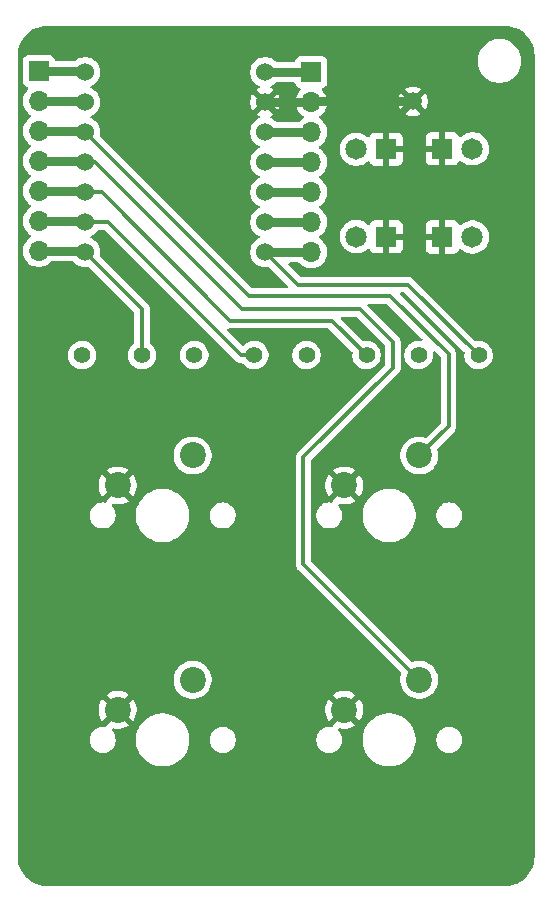
<source format=gbr>
%TF.GenerationSoftware,KiCad,Pcbnew,9.0.3*%
%TF.CreationDate,2025-07-25T20:10:58+07:00*%
%TF.ProjectId,Pathfinder,50617468-6669-46e6-9465-722e6b696361,rev?*%
%TF.SameCoordinates,Original*%
%TF.FileFunction,Copper,L2,Bot*%
%TF.FilePolarity,Positive*%
%FSLAX46Y46*%
G04 Gerber Fmt 4.6, Leading zero omitted, Abs format (unit mm)*
G04 Created by KiCad (PCBNEW 9.0.3) date 2025-07-25 20:10:58*
%MOMM*%
%LPD*%
G01*
G04 APERTURE LIST*
%TA.AperFunction,ComponentPad*%
%ADD10O,1.700000X1.700000*%
%TD*%
%TA.AperFunction,ComponentPad*%
%ADD11R,1.700000X1.700000*%
%TD*%
%TA.AperFunction,ComponentPad*%
%ADD12C,1.400000*%
%TD*%
%TA.AperFunction,ComponentPad*%
%ADD13C,2.200000*%
%TD*%
%TA.AperFunction,ComponentPad*%
%ADD14C,1.815000*%
%TD*%
%TA.AperFunction,ComponentPad*%
%ADD15R,1.815000X1.815000*%
%TD*%
%TA.AperFunction,ComponentPad*%
%ADD16C,1.524000*%
%TD*%
%TA.AperFunction,ComponentPad*%
%ADD17C,1.500000*%
%TD*%
%TA.AperFunction,Conductor*%
%ADD18C,0.500000*%
%TD*%
%TA.AperFunction,Conductor*%
%ADD19C,0.750000*%
%TD*%
%TA.AperFunction,Conductor*%
%ADD20C,0.300000*%
%TD*%
G04 APERTURE END LIST*
D10*
%TO.P,J2,7,Pin_7*%
%TO.N,/LED4*%
X158042500Y-80610000D03*
%TO.P,J2,6,Pin_6*%
%TO.N,Net-(J2-Pin_6)*%
X158042500Y-78070000D03*
%TO.P,J2,5,Pin_5*%
%TO.N,Net-(J2-Pin_5)*%
X158042500Y-75530000D03*
%TO.P,J2,4,Pin_4*%
%TO.N,Net-(J2-Pin_4)*%
X158042500Y-72990000D03*
%TO.P,J2,3,Pin_3*%
%TO.N,Net-(J2-Pin_3)*%
X158042500Y-70450000D03*
%TO.P,J2,2,Pin_2*%
%TO.N,GND*%
X158042500Y-67910000D03*
D11*
%TO.P,J2,1,Pin_1*%
%TO.N,Net-(J2-Pin_1)*%
X158042500Y-65370000D03*
%TD*%
D10*
%TO.P,J1,7,Pin_7*%
%TO.N,/LED1*%
X134967500Y-80500000D03*
%TO.P,J1,6,Pin_6*%
%TO.N,/LED2*%
X134967500Y-77960000D03*
%TO.P,J1,5,Pin_5*%
%TO.N,/LED3*%
X134967500Y-75420000D03*
%TO.P,J1,4,Pin_4*%
%TO.N,/Button4*%
X134967500Y-72880000D03*
%TO.P,J1,3,Pin_3*%
%TO.N,/Button2*%
X134967500Y-70340000D03*
%TO.P,J1,2,Pin_2*%
%TO.N,/Button3*%
X134967500Y-67800000D03*
D11*
%TO.P,J1,1,Pin_1*%
%TO.N,/Button1*%
X134967500Y-65260000D03*
%TD*%
D12*
%TO.P,R2,1*%
%TO.N,Net-(D2-PadA)*%
X148137500Y-89335000D03*
%TO.P,R2,2*%
%TO.N,/LED2*%
X153217500Y-89335000D03*
%TD*%
%TO.P,R1,1*%
%TO.N,Net-(D1-PadA)*%
X138642500Y-89335000D03*
%TO.P,R1,2*%
%TO.N,/LED1*%
X143722500Y-89335000D03*
%TD*%
D13*
%TO.P,SW4,1,1*%
%TO.N,/Button4*%
X167182500Y-116820000D03*
%TO.P,SW4,2,2*%
%TO.N,GND*%
X160832500Y-119360000D03*
%TD*%
D12*
%TO.P,R3,1*%
%TO.N,Net-(D3-PadA)*%
X157637500Y-89335000D03*
%TO.P,R3,2*%
%TO.N,/LED3*%
X162717500Y-89335000D03*
%TD*%
D14*
%TO.P,D4,A*%
%TO.N,Net-(D4-PadA)*%
X171682500Y-79325106D03*
D15*
%TO.P,D4,C*%
%TO.N,GND*%
X169142500Y-79325106D03*
%TD*%
D12*
%TO.P,R4,1*%
%TO.N,Net-(D4-PadA)*%
X167127500Y-89335000D03*
%TO.P,R4,2*%
%TO.N,/LED4*%
X172207500Y-89335000D03*
%TD*%
D16*
%TO.P,XIAO-RP2040,1,GPIO26/ADC0/A0*%
%TO.N,/Button1*%
X138892500Y-65360000D03*
%TO.P,XIAO-RP2040,2,GPIO27/ADC1/A1*%
%TO.N,/Button3*%
X138892500Y-67900000D03*
%TO.P,XIAO-RP2040,3,GPIO28/ADC2/A2*%
%TO.N,/Button2*%
X138892500Y-70440000D03*
%TO.P,XIAO-RP2040,4,GPIO29/ADC3/A3*%
%TO.N,/Button4*%
X138892500Y-72980000D03*
%TO.P,XIAO-RP2040,5,GPIO6/SDA*%
%TO.N,/LED3*%
X138892500Y-75520000D03*
%TO.P,XIAO-RP2040,6,GPIO7/SCL*%
%TO.N,/LED2*%
X138892500Y-78060000D03*
%TO.P,XIAO-RP2040,7,GPIO0/TX*%
%TO.N,/LED1*%
X138892500Y-80600000D03*
%TO.P,XIAO-RP2040,8,GPIO1/RX*%
%TO.N,/LED4*%
X154132500Y-80600000D03*
%TO.P,XIAO-RP2040,9,GPIO2/SCK*%
%TO.N,Net-(J2-Pin_6)*%
X154132500Y-78060000D03*
%TO.P,XIAO-RP2040,10,GPIO4/MISO*%
%TO.N,Net-(J2-Pin_5)*%
X154132500Y-75520000D03*
%TO.P,XIAO-RP2040,11,GPIO3/MOSI*%
%TO.N,Net-(J2-Pin_4)*%
X154132500Y-72980000D03*
%TO.P,XIAO-RP2040,12,3V3*%
%TO.N,Net-(J2-Pin_3)*%
X154132500Y-70440000D03*
%TO.P,XIAO-RP2040,13,GND*%
%TO.N,GND*%
X154132500Y-67900000D03*
%TO.P,XIAO-RP2040,14,VBUS*%
%TO.N,Net-(J2-Pin_1)*%
X154132500Y-65360000D03*
%TD*%
D15*
%TO.P,D1,C*%
%TO.N,GND*%
X164389573Y-79300000D03*
D14*
%TO.P,D1,A*%
%TO.N,Net-(D1-PadA)*%
X161849573Y-79300000D03*
%TD*%
%TO.P,D2,A*%
%TO.N,Net-(D2-PadA)*%
X161850000Y-71894894D03*
D15*
%TO.P,D2,C*%
%TO.N,GND*%
X164390000Y-71894894D03*
%TD*%
D13*
%TO.P,SW2,1,1*%
%TO.N,/Button2*%
X167182500Y-97820000D03*
%TO.P,SW2,2,2*%
%TO.N,GND*%
X160832500Y-100360000D03*
%TD*%
D17*
%TO.P,J3,1,Pin_1*%
%TO.N,GND*%
X166650000Y-67850000D03*
%TD*%
D13*
%TO.P,SW1,1,1*%
%TO.N,/Button1*%
X147992500Y-97820000D03*
%TO.P,SW1,2,2*%
%TO.N,GND*%
X141642500Y-100360000D03*
%TD*%
D14*
%TO.P,D3,A*%
%TO.N,Net-(D3-PadA)*%
X171682500Y-71860000D03*
D15*
%TO.P,D3,C*%
%TO.N,GND*%
X169142500Y-71860000D03*
%TD*%
D13*
%TO.P,SW3,1,1*%
%TO.N,/Button3*%
X147992500Y-116820000D03*
%TO.P,SW3,2,2*%
%TO.N,GND*%
X141642500Y-119360000D03*
%TD*%
D18*
%TO.N,GND*%
X164389573Y-71895321D02*
X164390000Y-71894894D01*
X164389573Y-79300000D02*
X164389573Y-71895321D01*
X169117394Y-79300000D02*
X169142500Y-79325106D01*
X164389573Y-79300000D02*
X169117394Y-79300000D01*
X169107606Y-71894894D02*
X169142500Y-71860000D01*
X164390000Y-71894894D02*
X169107606Y-71894894D01*
X164390000Y-70110000D02*
X166650000Y-67850000D01*
X164390000Y-71894894D02*
X164390000Y-70110000D01*
X169142500Y-79325106D02*
X169142500Y-71860000D01*
X169142500Y-70342500D02*
X166650000Y-67850000D01*
X169142500Y-71860000D02*
X169142500Y-70342500D01*
D19*
X158032500Y-67900000D02*
X158042500Y-67910000D01*
X166650000Y-67850000D02*
X158102500Y-67850000D01*
X154132500Y-67900000D02*
X158032500Y-67900000D01*
X158102500Y-67850000D02*
X158042500Y-67910000D01*
%TO.N,/LED1*%
X134967500Y-80500000D02*
X138792500Y-80500000D01*
X138792500Y-80500000D02*
X138892500Y-80600000D01*
D20*
X138892500Y-80600000D02*
X143722500Y-85430000D01*
X143722500Y-89335000D02*
X143722500Y-85430000D01*
D19*
%TO.N,/LED2*%
X134967500Y-77960000D02*
X138792500Y-77960000D01*
D20*
X152117500Y-89335000D02*
X140842500Y-78060000D01*
X140842500Y-78060000D02*
X138892500Y-78060000D01*
D19*
X138792500Y-77960000D02*
X138892500Y-78060000D01*
D20*
X153217500Y-89335000D02*
X152117500Y-89335000D01*
%TO.N,/LED3*%
X162717500Y-89335000D02*
X159792500Y-86410000D01*
D19*
X134967500Y-75420000D02*
X138792500Y-75420000D01*
X138792500Y-75420000D02*
X138892500Y-75520000D01*
D20*
X151192500Y-86410000D02*
X140302500Y-75520000D01*
X159792500Y-86410000D02*
X151192500Y-86410000D01*
X140302500Y-75520000D02*
X138892500Y-75520000D01*
D19*
%TO.N,/LED4*%
X158032500Y-80600000D02*
X158042500Y-80610000D01*
D20*
X156892500Y-83360000D02*
X154132500Y-80600000D01*
X166232500Y-83360000D02*
X156892500Y-83360000D01*
X172207500Y-89335000D02*
X166232500Y-83360000D01*
D19*
X154132500Y-80600000D02*
X158032500Y-80600000D01*
%TO.N,/Button1*%
X134967500Y-65260000D02*
X138792500Y-65260000D01*
X138792500Y-65260000D02*
X138892500Y-65360000D01*
%TO.N,/Button2*%
X134967500Y-70340000D02*
X138792500Y-70340000D01*
D20*
X169667500Y-89260000D02*
X164717500Y-84310000D01*
X164717500Y-84310000D02*
X152762500Y-84310000D01*
D19*
X138792500Y-70340000D02*
X138892500Y-70440000D01*
D20*
X169667500Y-95335000D02*
X169667500Y-89260000D01*
X152762500Y-84310000D02*
X138892500Y-70440000D01*
X167182500Y-97820000D02*
X169667500Y-95335000D01*
D19*
%TO.N,/Button3*%
X138792500Y-67800000D02*
X138892500Y-67900000D01*
X134967500Y-67800000D02*
X138792500Y-67800000D01*
D20*
%TO.N,/Button4*%
X162142500Y-85410000D02*
X152142500Y-85410000D01*
D19*
X138792500Y-72880000D02*
X138892500Y-72980000D01*
D20*
X167182500Y-116820000D02*
X157367500Y-107005000D01*
X152142500Y-85410000D02*
X139712500Y-72980000D01*
X164967500Y-90385000D02*
X164967500Y-88235000D01*
X157367500Y-107005000D02*
X157367500Y-97985000D01*
X139712500Y-72980000D02*
X138892500Y-72980000D01*
X164967500Y-88235000D02*
X162142500Y-85410000D01*
X157367500Y-97985000D02*
X164967500Y-90385000D01*
D19*
X134967500Y-72880000D02*
X138792500Y-72880000D01*
%TO.N,Net-(J2-Pin_5)*%
X158032500Y-75520000D02*
X158042500Y-75530000D01*
X154132500Y-75520000D02*
X158032500Y-75520000D01*
%TO.N,Net-(J2-Pin_4)*%
X154132500Y-72980000D02*
X158032500Y-72980000D01*
X158032500Y-72980000D02*
X158042500Y-72990000D01*
%TO.N,Net-(J2-Pin_3)*%
X158032500Y-70440000D02*
X158042500Y-70450000D01*
X154132500Y-70440000D02*
X158032500Y-70440000D01*
%TO.N,Net-(J2-Pin_1)*%
X158032500Y-65360000D02*
X158042500Y-65370000D01*
X154132500Y-65360000D02*
X158032500Y-65360000D01*
%TO.N,Net-(J2-Pin_6)*%
X158032500Y-78060000D02*
X158042500Y-78070000D01*
X154132500Y-78060000D02*
X158032500Y-78060000D01*
%TD*%
%TA.AperFunction,Conductor*%
%TO.N,GND*%
G36*
X156645598Y-66255185D02*
G01*
X156691353Y-66307989D01*
X156695562Y-66320265D01*
X156695698Y-66320215D01*
X156748702Y-66462328D01*
X156748706Y-66462335D01*
X156834952Y-66577544D01*
X156834955Y-66577547D01*
X156950164Y-66663793D01*
X156950171Y-66663797D01*
X157012402Y-66687007D01*
X157082098Y-66713002D01*
X157138031Y-66754873D01*
X157162449Y-66820337D01*
X157147598Y-66888610D01*
X157126447Y-66916865D01*
X157012771Y-67030541D01*
X156887879Y-67202442D01*
X156791404Y-67391782D01*
X156725742Y-67593870D01*
X156725742Y-67593873D01*
X156715269Y-67660000D01*
X157609488Y-67660000D01*
X157576575Y-67717007D01*
X157542500Y-67844174D01*
X157542500Y-67975826D01*
X157576575Y-68102993D01*
X157609488Y-68160000D01*
X156715269Y-68160000D01*
X156725742Y-68226126D01*
X156725742Y-68226129D01*
X156791404Y-68428217D01*
X156887879Y-68617557D01*
X157012772Y-68789459D01*
X157012776Y-68789464D01*
X157163035Y-68939723D01*
X157163040Y-68939727D01*
X157334944Y-69064622D01*
X157343995Y-69069234D01*
X157394792Y-69117208D01*
X157411587Y-69185029D01*
X157389050Y-69251164D01*
X157343999Y-69290202D01*
X157334682Y-69294949D01*
X157162713Y-69419890D01*
X157162709Y-69419894D01*
X157054423Y-69528181D01*
X156993100Y-69561666D01*
X156966742Y-69564500D01*
X155093807Y-69564500D01*
X155026768Y-69544815D01*
X155006126Y-69528181D01*
X154954966Y-69477021D01*
X154954964Y-69477019D01*
X154794194Y-69360213D01*
X154637167Y-69280203D01*
X154586372Y-69232229D01*
X154569577Y-69164408D01*
X154592114Y-69098273D01*
X154637169Y-69059234D01*
X154793922Y-68979364D01*
X154831216Y-68952268D01*
X154216595Y-68337647D01*
X154304071Y-68314208D01*
X154405430Y-68255689D01*
X154488189Y-68172930D01*
X154546708Y-68071571D01*
X154570147Y-67984094D01*
X155184768Y-68598715D01*
X155211862Y-68561425D01*
X155302042Y-68384437D01*
X155363424Y-68195523D01*
X155363424Y-68195520D01*
X155394500Y-67999321D01*
X155394500Y-67800678D01*
X155363424Y-67604479D01*
X155363424Y-67604476D01*
X155302042Y-67415562D01*
X155211858Y-67238567D01*
X155184768Y-67201283D01*
X154570147Y-67815904D01*
X154546708Y-67728429D01*
X154488189Y-67627070D01*
X154405430Y-67544311D01*
X154304071Y-67485792D01*
X154216594Y-67462352D01*
X154831216Y-66847731D01*
X154831215Y-66847730D01*
X154793932Y-66820641D01*
X154637168Y-66740765D01*
X154586372Y-66692790D01*
X154569577Y-66624969D01*
X154592115Y-66558834D01*
X154637167Y-66519796D01*
X154794194Y-66439787D01*
X154954964Y-66322981D01*
X155006126Y-66271819D01*
X155067449Y-66238334D01*
X155093807Y-66235500D01*
X156578559Y-66235500D01*
X156645598Y-66255185D01*
G37*
%TD.AperFunction*%
%TA.AperFunction,Conductor*%
G36*
X174446236Y-61460726D02*
G01*
X174736296Y-61478271D01*
X174751159Y-61480076D01*
X175033298Y-61531780D01*
X175047835Y-61535363D01*
X175321672Y-61620695D01*
X175335663Y-61626000D01*
X175597243Y-61743727D01*
X175610489Y-61750680D01*
X175855965Y-61899075D01*
X175868276Y-61907573D01*
X176094073Y-62084473D01*
X176105281Y-62094403D01*
X176308096Y-62297218D01*
X176318026Y-62308426D01*
X176437981Y-62461538D01*
X176494922Y-62534217D01*
X176503426Y-62546537D01*
X176536448Y-62601162D01*
X176651816Y-62792004D01*
X176658775Y-62805263D01*
X176776497Y-63066831D01*
X176781806Y-63080832D01*
X176867135Y-63354663D01*
X176870719Y-63369201D01*
X176922423Y-63651340D01*
X176924228Y-63666205D01*
X176941774Y-63956263D01*
X176942000Y-63963750D01*
X176942000Y-131756249D01*
X176941774Y-131763736D01*
X176924228Y-132053794D01*
X176922423Y-132068659D01*
X176870719Y-132350798D01*
X176867135Y-132365336D01*
X176781806Y-132639167D01*
X176776497Y-132653168D01*
X176658775Y-132914736D01*
X176651816Y-132927995D01*
X176503428Y-133173459D01*
X176494922Y-133185782D01*
X176318026Y-133411573D01*
X176308096Y-133422781D01*
X176105281Y-133625596D01*
X176094073Y-133635526D01*
X175868282Y-133812422D01*
X175855959Y-133820928D01*
X175610495Y-133969316D01*
X175597236Y-133976275D01*
X175335668Y-134093997D01*
X175321667Y-134099306D01*
X175047836Y-134184635D01*
X175033298Y-134188219D01*
X174751159Y-134239923D01*
X174736294Y-134241728D01*
X174446236Y-134259274D01*
X174438749Y-134259500D01*
X135676251Y-134259500D01*
X135668764Y-134259274D01*
X135378705Y-134241728D01*
X135363840Y-134239923D01*
X135081701Y-134188219D01*
X135067163Y-134184635D01*
X134793332Y-134099306D01*
X134779331Y-134093997D01*
X134517763Y-133976275D01*
X134504504Y-133969316D01*
X134259040Y-133820928D01*
X134246717Y-133812422D01*
X134020926Y-133635526D01*
X134009718Y-133625596D01*
X133806903Y-133422781D01*
X133796973Y-133411573D01*
X133620073Y-133185776D01*
X133611575Y-133173465D01*
X133463180Y-132927989D01*
X133456227Y-132914743D01*
X133338500Y-132653163D01*
X133333193Y-132639167D01*
X133247864Y-132365336D01*
X133244280Y-132350798D01*
X133192576Y-132068659D01*
X133190771Y-132053794D01*
X133173226Y-131763736D01*
X133173000Y-131756249D01*
X133173000Y-121813389D01*
X139272000Y-121813389D01*
X139272000Y-121986611D01*
X139299098Y-122157701D01*
X139352627Y-122322445D01*
X139431268Y-122476788D01*
X139533086Y-122616928D01*
X139655572Y-122739414D01*
X139795712Y-122841232D01*
X139950055Y-122919873D01*
X140114799Y-122973402D01*
X140285889Y-123000500D01*
X140285890Y-123000500D01*
X140459110Y-123000500D01*
X140459111Y-123000500D01*
X140630201Y-122973402D01*
X140794945Y-122919873D01*
X140949288Y-122841232D01*
X141089428Y-122739414D01*
X141211914Y-122616928D01*
X141313732Y-122476788D01*
X141392373Y-122322445D01*
X141445902Y-122157701D01*
X141473000Y-121986611D01*
X141473000Y-121813389D01*
X141463354Y-121752486D01*
X143202000Y-121752486D01*
X143202000Y-122047513D01*
X143234071Y-122291113D01*
X143240507Y-122339993D01*
X143314712Y-122616930D01*
X143316861Y-122624951D01*
X143316864Y-122624961D01*
X143429754Y-122897500D01*
X143429758Y-122897510D01*
X143577261Y-123152993D01*
X143756852Y-123387040D01*
X143756858Y-123387047D01*
X143965452Y-123595641D01*
X143965459Y-123595647D01*
X144199506Y-123775238D01*
X144454989Y-123922741D01*
X144454990Y-123922741D01*
X144454993Y-123922743D01*
X144727548Y-124035639D01*
X145012507Y-124111993D01*
X145304994Y-124150500D01*
X145305001Y-124150500D01*
X145599999Y-124150500D01*
X145600006Y-124150500D01*
X145892493Y-124111993D01*
X146177452Y-124035639D01*
X146450007Y-123922743D01*
X146705494Y-123775238D01*
X146939542Y-123595646D01*
X147148146Y-123387042D01*
X147327738Y-123152994D01*
X147475243Y-122897507D01*
X147588139Y-122624952D01*
X147664493Y-122339993D01*
X147703000Y-122047506D01*
X147703000Y-121813389D01*
X149432000Y-121813389D01*
X149432000Y-121986611D01*
X149459098Y-122157701D01*
X149512627Y-122322445D01*
X149591268Y-122476788D01*
X149693086Y-122616928D01*
X149815572Y-122739414D01*
X149955712Y-122841232D01*
X150110055Y-122919873D01*
X150274799Y-122973402D01*
X150445889Y-123000500D01*
X150445890Y-123000500D01*
X150619110Y-123000500D01*
X150619111Y-123000500D01*
X150790201Y-122973402D01*
X150954945Y-122919873D01*
X151109288Y-122841232D01*
X151249428Y-122739414D01*
X151371914Y-122616928D01*
X151473732Y-122476788D01*
X151552373Y-122322445D01*
X151605902Y-122157701D01*
X151633000Y-121986611D01*
X151633000Y-121813389D01*
X158462000Y-121813389D01*
X158462000Y-121986611D01*
X158489098Y-122157701D01*
X158542627Y-122322445D01*
X158621268Y-122476788D01*
X158723086Y-122616928D01*
X158845572Y-122739414D01*
X158985712Y-122841232D01*
X159140055Y-122919873D01*
X159304799Y-122973402D01*
X159475889Y-123000500D01*
X159475890Y-123000500D01*
X159649110Y-123000500D01*
X159649111Y-123000500D01*
X159820201Y-122973402D01*
X159984945Y-122919873D01*
X160139288Y-122841232D01*
X160279428Y-122739414D01*
X160401914Y-122616928D01*
X160503732Y-122476788D01*
X160582373Y-122322445D01*
X160635902Y-122157701D01*
X160663000Y-121986611D01*
X160663000Y-121813389D01*
X160653354Y-121752486D01*
X162392000Y-121752486D01*
X162392000Y-122047513D01*
X162424071Y-122291113D01*
X162430507Y-122339993D01*
X162504712Y-122616930D01*
X162506861Y-122624951D01*
X162506864Y-122624961D01*
X162619754Y-122897500D01*
X162619758Y-122897510D01*
X162767261Y-123152993D01*
X162946852Y-123387040D01*
X162946858Y-123387047D01*
X163155452Y-123595641D01*
X163155459Y-123595647D01*
X163389506Y-123775238D01*
X163644989Y-123922741D01*
X163644990Y-123922741D01*
X163644993Y-123922743D01*
X163917548Y-124035639D01*
X164202507Y-124111993D01*
X164494994Y-124150500D01*
X164495001Y-124150500D01*
X164789999Y-124150500D01*
X164790006Y-124150500D01*
X165082493Y-124111993D01*
X165367452Y-124035639D01*
X165640007Y-123922743D01*
X165895494Y-123775238D01*
X166129542Y-123595646D01*
X166338146Y-123387042D01*
X166517738Y-123152994D01*
X166665243Y-122897507D01*
X166778139Y-122624952D01*
X166854493Y-122339993D01*
X166893000Y-122047506D01*
X166893000Y-121813389D01*
X168622000Y-121813389D01*
X168622000Y-121986611D01*
X168649098Y-122157701D01*
X168702627Y-122322445D01*
X168781268Y-122476788D01*
X168883086Y-122616928D01*
X169005572Y-122739414D01*
X169145712Y-122841232D01*
X169300055Y-122919873D01*
X169464799Y-122973402D01*
X169635889Y-123000500D01*
X169635890Y-123000500D01*
X169809110Y-123000500D01*
X169809111Y-123000500D01*
X169980201Y-122973402D01*
X170144945Y-122919873D01*
X170299288Y-122841232D01*
X170439428Y-122739414D01*
X170561914Y-122616928D01*
X170663732Y-122476788D01*
X170742373Y-122322445D01*
X170795902Y-122157701D01*
X170823000Y-121986611D01*
X170823000Y-121813389D01*
X170795902Y-121642299D01*
X170742373Y-121477555D01*
X170663732Y-121323212D01*
X170561914Y-121183072D01*
X170439428Y-121060586D01*
X170299288Y-120958768D01*
X170144945Y-120880127D01*
X169980201Y-120826598D01*
X169980199Y-120826597D01*
X169980198Y-120826597D01*
X169848771Y-120805781D01*
X169809111Y-120799500D01*
X169635889Y-120799500D01*
X169596228Y-120805781D01*
X169464802Y-120826597D01*
X169300052Y-120880128D01*
X169145711Y-120958768D01*
X169089615Y-120999525D01*
X169005572Y-121060586D01*
X169005570Y-121060588D01*
X169005569Y-121060588D01*
X168883088Y-121183069D01*
X168883088Y-121183070D01*
X168883086Y-121183072D01*
X168839359Y-121243256D01*
X168781268Y-121323211D01*
X168702628Y-121477552D01*
X168649097Y-121642302D01*
X168622000Y-121813389D01*
X166893000Y-121813389D01*
X166893000Y-121752494D01*
X166854493Y-121460007D01*
X166778139Y-121175048D01*
X166665243Y-120902493D01*
X166615104Y-120815650D01*
X166517738Y-120647006D01*
X166338147Y-120412959D01*
X166338141Y-120412952D01*
X166129547Y-120204358D01*
X166129540Y-120204352D01*
X165895493Y-120024761D01*
X165640010Y-119877258D01*
X165640000Y-119877254D01*
X165367461Y-119764364D01*
X165367454Y-119764362D01*
X165367452Y-119764361D01*
X165082493Y-119688007D01*
X165033613Y-119681571D01*
X164790013Y-119649500D01*
X164790006Y-119649500D01*
X164494994Y-119649500D01*
X164494986Y-119649500D01*
X164216585Y-119686153D01*
X164202507Y-119688007D01*
X164028361Y-119734669D01*
X163917548Y-119764361D01*
X163917538Y-119764364D01*
X163644999Y-119877254D01*
X163644989Y-119877258D01*
X163389506Y-120024761D01*
X163155459Y-120204352D01*
X163155452Y-120204358D01*
X162946858Y-120412952D01*
X162946852Y-120412959D01*
X162767261Y-120647006D01*
X162619758Y-120902489D01*
X162619754Y-120902499D01*
X162506864Y-121175038D01*
X162506861Y-121175048D01*
X162430508Y-121460004D01*
X162430506Y-121460015D01*
X162392000Y-121752486D01*
X160653354Y-121752486D01*
X160635902Y-121642299D01*
X160582373Y-121477555D01*
X160503732Y-121323212D01*
X160401914Y-121183072D01*
X160349382Y-121130540D01*
X160315897Y-121069217D01*
X160320881Y-120999525D01*
X160362753Y-120943592D01*
X160428217Y-120919175D01*
X160456461Y-120920386D01*
X160706572Y-120960000D01*
X160958428Y-120960000D01*
X161207169Y-120920602D01*
X161446684Y-120842780D01*
X161671075Y-120728446D01*
X161671081Y-120728442D01*
X161773197Y-120654250D01*
X161773198Y-120654250D01*
X161156525Y-120037578D01*
X161187758Y-120024641D01*
X161310597Y-119942563D01*
X161415063Y-119838097D01*
X161497141Y-119715258D01*
X161510078Y-119684025D01*
X162126750Y-120300698D01*
X162126750Y-120300697D01*
X162200942Y-120198581D01*
X162200946Y-120198575D01*
X162315280Y-119974184D01*
X162393102Y-119734669D01*
X162432500Y-119485928D01*
X162432500Y-119234071D01*
X162393102Y-118985330D01*
X162315280Y-118745815D01*
X162200942Y-118521416D01*
X162126750Y-118419301D01*
X162126750Y-118419300D01*
X161510077Y-119035973D01*
X161497141Y-119004742D01*
X161415063Y-118881903D01*
X161310597Y-118777437D01*
X161187758Y-118695359D01*
X161156524Y-118682421D01*
X161773198Y-118065748D01*
X161671083Y-117991557D01*
X161446684Y-117877219D01*
X161207169Y-117799397D01*
X160958428Y-117760000D01*
X160706572Y-117760000D01*
X160457830Y-117799397D01*
X160218315Y-117877219D01*
X159993913Y-117991559D01*
X159891801Y-118065747D01*
X159891800Y-118065748D01*
X160508474Y-118682421D01*
X160477242Y-118695359D01*
X160354403Y-118777437D01*
X160249937Y-118881903D01*
X160167859Y-119004742D01*
X160154922Y-119035974D01*
X159538248Y-118419300D01*
X159538247Y-118419301D01*
X159464059Y-118521413D01*
X159349719Y-118745815D01*
X159271897Y-118985330D01*
X159232500Y-119234071D01*
X159232500Y-119485928D01*
X159271897Y-119734669D01*
X159349719Y-119974184D01*
X159464057Y-120198583D01*
X159538248Y-120300697D01*
X159538248Y-120300698D01*
X160154921Y-119684024D01*
X160167859Y-119715258D01*
X160249937Y-119838097D01*
X160354403Y-119942563D01*
X160477242Y-120024641D01*
X160508474Y-120037577D01*
X159891800Y-120654250D01*
X159894098Y-120683449D01*
X159879733Y-120751827D01*
X159830681Y-120801583D01*
X159762516Y-120816921D01*
X159751083Y-120815650D01*
X159649111Y-120799500D01*
X159475889Y-120799500D01*
X159436228Y-120805781D01*
X159304802Y-120826597D01*
X159140052Y-120880128D01*
X158985711Y-120958768D01*
X158929615Y-120999525D01*
X158845572Y-121060586D01*
X158845570Y-121060588D01*
X158845569Y-121060588D01*
X158723088Y-121183069D01*
X158723088Y-121183070D01*
X158723086Y-121183072D01*
X158679359Y-121243256D01*
X158621268Y-121323211D01*
X158542628Y-121477552D01*
X158489097Y-121642302D01*
X158462000Y-121813389D01*
X151633000Y-121813389D01*
X151605902Y-121642299D01*
X151552373Y-121477555D01*
X151473732Y-121323212D01*
X151371914Y-121183072D01*
X151249428Y-121060586D01*
X151109288Y-120958768D01*
X150954945Y-120880127D01*
X150790201Y-120826598D01*
X150790199Y-120826597D01*
X150790198Y-120826597D01*
X150658771Y-120805781D01*
X150619111Y-120799500D01*
X150445889Y-120799500D01*
X150406228Y-120805781D01*
X150274802Y-120826597D01*
X150110052Y-120880128D01*
X149955711Y-120958768D01*
X149899615Y-120999525D01*
X149815572Y-121060586D01*
X149815570Y-121060588D01*
X149815569Y-121060588D01*
X149693088Y-121183069D01*
X149693088Y-121183070D01*
X149693086Y-121183072D01*
X149649359Y-121243256D01*
X149591268Y-121323211D01*
X149512628Y-121477552D01*
X149459097Y-121642302D01*
X149432000Y-121813389D01*
X147703000Y-121813389D01*
X147703000Y-121752494D01*
X147664493Y-121460007D01*
X147588139Y-121175048D01*
X147475243Y-120902493D01*
X147425104Y-120815650D01*
X147327738Y-120647006D01*
X147148147Y-120412959D01*
X147148141Y-120412952D01*
X146939547Y-120204358D01*
X146939540Y-120204352D01*
X146705493Y-120024761D01*
X146450010Y-119877258D01*
X146450000Y-119877254D01*
X146177461Y-119764364D01*
X146177454Y-119764362D01*
X146177452Y-119764361D01*
X145892493Y-119688007D01*
X145843613Y-119681571D01*
X145600013Y-119649500D01*
X145600006Y-119649500D01*
X145304994Y-119649500D01*
X145304986Y-119649500D01*
X145026585Y-119686153D01*
X145012507Y-119688007D01*
X144838361Y-119734669D01*
X144727548Y-119764361D01*
X144727538Y-119764364D01*
X144454999Y-119877254D01*
X144454989Y-119877258D01*
X144199506Y-120024761D01*
X143965459Y-120204352D01*
X143965452Y-120204358D01*
X143756858Y-120412952D01*
X143756852Y-120412959D01*
X143577261Y-120647006D01*
X143429758Y-120902489D01*
X143429754Y-120902499D01*
X143316864Y-121175038D01*
X143316861Y-121175048D01*
X143240508Y-121460004D01*
X143240506Y-121460015D01*
X143202000Y-121752486D01*
X141463354Y-121752486D01*
X141445902Y-121642299D01*
X141392373Y-121477555D01*
X141313732Y-121323212D01*
X141211914Y-121183072D01*
X141159382Y-121130540D01*
X141125897Y-121069217D01*
X141130881Y-120999525D01*
X141172753Y-120943592D01*
X141238217Y-120919175D01*
X141266461Y-120920386D01*
X141516572Y-120960000D01*
X141768428Y-120960000D01*
X142017169Y-120920602D01*
X142256684Y-120842780D01*
X142481075Y-120728446D01*
X142481081Y-120728442D01*
X142583197Y-120654250D01*
X142583198Y-120654250D01*
X141966525Y-120037578D01*
X141997758Y-120024641D01*
X142120597Y-119942563D01*
X142225063Y-119838097D01*
X142307141Y-119715258D01*
X142320078Y-119684025D01*
X142936750Y-120300698D01*
X142936750Y-120300697D01*
X143010942Y-120198581D01*
X143010946Y-120198575D01*
X143125280Y-119974184D01*
X143203102Y-119734669D01*
X143242500Y-119485928D01*
X143242500Y-119234071D01*
X143203102Y-118985330D01*
X143125280Y-118745815D01*
X143010942Y-118521416D01*
X142936750Y-118419301D01*
X142936750Y-118419300D01*
X142320077Y-119035973D01*
X142307141Y-119004742D01*
X142225063Y-118881903D01*
X142120597Y-118777437D01*
X141997758Y-118695359D01*
X141966524Y-118682421D01*
X142583198Y-118065748D01*
X142481083Y-117991557D01*
X142256684Y-117877219D01*
X142017169Y-117799397D01*
X141768428Y-117760000D01*
X141516572Y-117760000D01*
X141267830Y-117799397D01*
X141028315Y-117877219D01*
X140803913Y-117991559D01*
X140701801Y-118065747D01*
X140701800Y-118065748D01*
X141318474Y-118682421D01*
X141287242Y-118695359D01*
X141164403Y-118777437D01*
X141059937Y-118881903D01*
X140977859Y-119004742D01*
X140964921Y-119035974D01*
X140348248Y-118419300D01*
X140348247Y-118419301D01*
X140274059Y-118521413D01*
X140159719Y-118745815D01*
X140081897Y-118985330D01*
X140042500Y-119234071D01*
X140042500Y-119485928D01*
X140081897Y-119734669D01*
X140159719Y-119974184D01*
X140274057Y-120198583D01*
X140348248Y-120300697D01*
X140348248Y-120300698D01*
X140964921Y-119684024D01*
X140977859Y-119715258D01*
X141059937Y-119838097D01*
X141164403Y-119942563D01*
X141287242Y-120024641D01*
X141318474Y-120037577D01*
X140701800Y-120654250D01*
X140704098Y-120683449D01*
X140689733Y-120751827D01*
X140640681Y-120801583D01*
X140572516Y-120816921D01*
X140561083Y-120815650D01*
X140459111Y-120799500D01*
X140285889Y-120799500D01*
X140246228Y-120805781D01*
X140114802Y-120826597D01*
X139950052Y-120880128D01*
X139795711Y-120958768D01*
X139739615Y-120999525D01*
X139655572Y-121060586D01*
X139655570Y-121060588D01*
X139655569Y-121060588D01*
X139533088Y-121183069D01*
X139533088Y-121183070D01*
X139533086Y-121183072D01*
X139489359Y-121243256D01*
X139431268Y-121323211D01*
X139352628Y-121477552D01*
X139299097Y-121642302D01*
X139272000Y-121813389D01*
X133173000Y-121813389D01*
X133173000Y-116694038D01*
X146392000Y-116694038D01*
X146392000Y-116945961D01*
X146431410Y-117194785D01*
X146509260Y-117434383D01*
X146623632Y-117658848D01*
X146771701Y-117862649D01*
X146771705Y-117862654D01*
X146949845Y-118040794D01*
X146949850Y-118040798D01*
X147127617Y-118169952D01*
X147153655Y-118188870D01*
X147296684Y-118261747D01*
X147378116Y-118303239D01*
X147378118Y-118303239D01*
X147378121Y-118303241D01*
X147617715Y-118381090D01*
X147866538Y-118420500D01*
X147866539Y-118420500D01*
X148118461Y-118420500D01*
X148118462Y-118420500D01*
X148367285Y-118381090D01*
X148606879Y-118303241D01*
X148831345Y-118188870D01*
X149035156Y-118040793D01*
X149213293Y-117862656D01*
X149361370Y-117658845D01*
X149475741Y-117434379D01*
X149553590Y-117194785D01*
X149593000Y-116945962D01*
X149593000Y-116694038D01*
X149553590Y-116445215D01*
X149475741Y-116205621D01*
X149475739Y-116205618D01*
X149475739Y-116205616D01*
X149434247Y-116124184D01*
X149361370Y-115981155D01*
X149342452Y-115955117D01*
X149213298Y-115777350D01*
X149213294Y-115777345D01*
X149035154Y-115599205D01*
X149035149Y-115599201D01*
X148831348Y-115451132D01*
X148831347Y-115451131D01*
X148831345Y-115451130D01*
X148761247Y-115415413D01*
X148606883Y-115336760D01*
X148367285Y-115258910D01*
X148118462Y-115219500D01*
X147866538Y-115219500D01*
X147742126Y-115239205D01*
X147617714Y-115258910D01*
X147378116Y-115336760D01*
X147153651Y-115451132D01*
X146949850Y-115599201D01*
X146949845Y-115599205D01*
X146771705Y-115777345D01*
X146771701Y-115777350D01*
X146623632Y-115981151D01*
X146509260Y-116205616D01*
X146431410Y-116445214D01*
X146392000Y-116694038D01*
X133173000Y-116694038D01*
X133173000Y-102813389D01*
X139272000Y-102813389D01*
X139272000Y-102986611D01*
X139299098Y-103157701D01*
X139352627Y-103322445D01*
X139431268Y-103476788D01*
X139533086Y-103616928D01*
X139655572Y-103739414D01*
X139795712Y-103841232D01*
X139950055Y-103919873D01*
X140114799Y-103973402D01*
X140285889Y-104000500D01*
X140285890Y-104000500D01*
X140459110Y-104000500D01*
X140459111Y-104000500D01*
X140630201Y-103973402D01*
X140794945Y-103919873D01*
X140949288Y-103841232D01*
X141089428Y-103739414D01*
X141211914Y-103616928D01*
X141313732Y-103476788D01*
X141392373Y-103322445D01*
X141445902Y-103157701D01*
X141473000Y-102986611D01*
X141473000Y-102813389D01*
X141463354Y-102752486D01*
X143202000Y-102752486D01*
X143202000Y-103047513D01*
X143234071Y-103291113D01*
X143240507Y-103339993D01*
X143314712Y-103616930D01*
X143316861Y-103624951D01*
X143316864Y-103624961D01*
X143429754Y-103897500D01*
X143429758Y-103897510D01*
X143577261Y-104152993D01*
X143756852Y-104387040D01*
X143756858Y-104387047D01*
X143965452Y-104595641D01*
X143965459Y-104595647D01*
X144199506Y-104775238D01*
X144454989Y-104922741D01*
X144454990Y-104922741D01*
X144454993Y-104922743D01*
X144727548Y-105035639D01*
X145012507Y-105111993D01*
X145304994Y-105150500D01*
X145305001Y-105150500D01*
X145599999Y-105150500D01*
X145600006Y-105150500D01*
X145892493Y-105111993D01*
X146177452Y-105035639D01*
X146450007Y-104922743D01*
X146705494Y-104775238D01*
X146939542Y-104595646D01*
X147148146Y-104387042D01*
X147327738Y-104152994D01*
X147475243Y-103897507D01*
X147588139Y-103624952D01*
X147664493Y-103339993D01*
X147703000Y-103047506D01*
X147703000Y-102813389D01*
X149432000Y-102813389D01*
X149432000Y-102986611D01*
X149459098Y-103157701D01*
X149512627Y-103322445D01*
X149591268Y-103476788D01*
X149693086Y-103616928D01*
X149815572Y-103739414D01*
X149955712Y-103841232D01*
X150110055Y-103919873D01*
X150274799Y-103973402D01*
X150445889Y-104000500D01*
X150445890Y-104000500D01*
X150619110Y-104000500D01*
X150619111Y-104000500D01*
X150790201Y-103973402D01*
X150954945Y-103919873D01*
X151109288Y-103841232D01*
X151249428Y-103739414D01*
X151371914Y-103616928D01*
X151473732Y-103476788D01*
X151552373Y-103322445D01*
X151605902Y-103157701D01*
X151633000Y-102986611D01*
X151633000Y-102813389D01*
X151605902Y-102642299D01*
X151552373Y-102477555D01*
X151473732Y-102323212D01*
X151371914Y-102183072D01*
X151249428Y-102060586D01*
X151109288Y-101958768D01*
X150954945Y-101880127D01*
X150790201Y-101826598D01*
X150790199Y-101826597D01*
X150790198Y-101826597D01*
X150658771Y-101805781D01*
X150619111Y-101799500D01*
X150445889Y-101799500D01*
X150406228Y-101805781D01*
X150274802Y-101826597D01*
X150110052Y-101880128D01*
X149955711Y-101958768D01*
X149899615Y-101999525D01*
X149815572Y-102060586D01*
X149815570Y-102060588D01*
X149815569Y-102060588D01*
X149693088Y-102183069D01*
X149693088Y-102183070D01*
X149693086Y-102183072D01*
X149649359Y-102243256D01*
X149591268Y-102323211D01*
X149512628Y-102477552D01*
X149459097Y-102642302D01*
X149432000Y-102813389D01*
X147703000Y-102813389D01*
X147703000Y-102752494D01*
X147664493Y-102460007D01*
X147588139Y-102175048D01*
X147475243Y-101902493D01*
X147425104Y-101815650D01*
X147327738Y-101647006D01*
X147148147Y-101412959D01*
X147148141Y-101412952D01*
X146939547Y-101204358D01*
X146939540Y-101204352D01*
X146705493Y-101024761D01*
X146450010Y-100877258D01*
X146450000Y-100877254D01*
X146177461Y-100764364D01*
X146177454Y-100764362D01*
X146177452Y-100764361D01*
X145892493Y-100688007D01*
X145843613Y-100681571D01*
X145600013Y-100649500D01*
X145600006Y-100649500D01*
X145304994Y-100649500D01*
X145304986Y-100649500D01*
X145026585Y-100686153D01*
X145012507Y-100688007D01*
X144838361Y-100734669D01*
X144727548Y-100764361D01*
X144727538Y-100764364D01*
X144454999Y-100877254D01*
X144454989Y-100877258D01*
X144199506Y-101024761D01*
X143965459Y-101204352D01*
X143965452Y-101204358D01*
X143756858Y-101412952D01*
X143756852Y-101412959D01*
X143577261Y-101647006D01*
X143429758Y-101902489D01*
X143429754Y-101902499D01*
X143316864Y-102175038D01*
X143316861Y-102175048D01*
X143240508Y-102460004D01*
X143240506Y-102460015D01*
X143202000Y-102752486D01*
X141463354Y-102752486D01*
X141445902Y-102642299D01*
X141392373Y-102477555D01*
X141313732Y-102323212D01*
X141211914Y-102183072D01*
X141159382Y-102130540D01*
X141125897Y-102069217D01*
X141130881Y-101999525D01*
X141172753Y-101943592D01*
X141238217Y-101919175D01*
X141266461Y-101920386D01*
X141516572Y-101960000D01*
X141768428Y-101960000D01*
X142017169Y-101920602D01*
X142256684Y-101842780D01*
X142481075Y-101728446D01*
X142481081Y-101728442D01*
X142583197Y-101654250D01*
X142583198Y-101654250D01*
X141966525Y-101037578D01*
X141997758Y-101024641D01*
X142120597Y-100942563D01*
X142225063Y-100838097D01*
X142307141Y-100715258D01*
X142320078Y-100684025D01*
X142936750Y-101300698D01*
X142936750Y-101300697D01*
X143010942Y-101198581D01*
X143010946Y-101198575D01*
X143125280Y-100974184D01*
X143203102Y-100734669D01*
X143242500Y-100485928D01*
X143242500Y-100234071D01*
X143203102Y-99985330D01*
X143125280Y-99745815D01*
X143010942Y-99521416D01*
X142936750Y-99419301D01*
X142936750Y-99419300D01*
X142320077Y-100035973D01*
X142307141Y-100004742D01*
X142225063Y-99881903D01*
X142120597Y-99777437D01*
X141997758Y-99695359D01*
X141966524Y-99682421D01*
X142583198Y-99065748D01*
X142481083Y-98991557D01*
X142256684Y-98877219D01*
X142017169Y-98799397D01*
X141768428Y-98760000D01*
X141516572Y-98760000D01*
X141267830Y-98799397D01*
X141028315Y-98877219D01*
X140803913Y-98991559D01*
X140701801Y-99065747D01*
X140701800Y-99065748D01*
X141318474Y-99682421D01*
X141287242Y-99695359D01*
X141164403Y-99777437D01*
X141059937Y-99881903D01*
X140977859Y-100004742D01*
X140964921Y-100035974D01*
X140348248Y-99419300D01*
X140348247Y-99419301D01*
X140274059Y-99521413D01*
X140159719Y-99745815D01*
X140081897Y-99985330D01*
X140042500Y-100234071D01*
X140042500Y-100485928D01*
X140081897Y-100734669D01*
X140159719Y-100974184D01*
X140274057Y-101198583D01*
X140348248Y-101300697D01*
X140348248Y-101300698D01*
X140964921Y-100684024D01*
X140977859Y-100715258D01*
X141059937Y-100838097D01*
X141164403Y-100942563D01*
X141287242Y-101024641D01*
X141318474Y-101037577D01*
X140701800Y-101654250D01*
X140704098Y-101683449D01*
X140689733Y-101751827D01*
X140640681Y-101801583D01*
X140572516Y-101816921D01*
X140561083Y-101815650D01*
X140459111Y-101799500D01*
X140285889Y-101799500D01*
X140246228Y-101805781D01*
X140114802Y-101826597D01*
X139950052Y-101880128D01*
X139795711Y-101958768D01*
X139739615Y-101999525D01*
X139655572Y-102060586D01*
X139655570Y-102060588D01*
X139655569Y-102060588D01*
X139533088Y-102183069D01*
X139533088Y-102183070D01*
X139533086Y-102183072D01*
X139489359Y-102243256D01*
X139431268Y-102323211D01*
X139352628Y-102477552D01*
X139299097Y-102642302D01*
X139272000Y-102813389D01*
X133173000Y-102813389D01*
X133173000Y-97694038D01*
X146392000Y-97694038D01*
X146392000Y-97945961D01*
X146431410Y-98194785D01*
X146509260Y-98434383D01*
X146623632Y-98658848D01*
X146771701Y-98862649D01*
X146771705Y-98862654D01*
X146949845Y-99040794D01*
X146949850Y-99040798D01*
X147127617Y-99169952D01*
X147153655Y-99188870D01*
X147296684Y-99261747D01*
X147378116Y-99303239D01*
X147378118Y-99303239D01*
X147378121Y-99303241D01*
X147617715Y-99381090D01*
X147866538Y-99420500D01*
X147866539Y-99420500D01*
X148118461Y-99420500D01*
X148118462Y-99420500D01*
X148367285Y-99381090D01*
X148606879Y-99303241D01*
X148831345Y-99188870D01*
X149035156Y-99040793D01*
X149213293Y-98862656D01*
X149361370Y-98658845D01*
X149475741Y-98434379D01*
X149553590Y-98194785D01*
X149593000Y-97945962D01*
X149593000Y-97694038D01*
X149553590Y-97445215D01*
X149475741Y-97205621D01*
X149475739Y-97205618D01*
X149475739Y-97205616D01*
X149434247Y-97124184D01*
X149361370Y-96981155D01*
X149342452Y-96955117D01*
X149213298Y-96777350D01*
X149213294Y-96777345D01*
X149035154Y-96599205D01*
X149035149Y-96599201D01*
X148831348Y-96451132D01*
X148831347Y-96451131D01*
X148831345Y-96451130D01*
X148761247Y-96415413D01*
X148606883Y-96336760D01*
X148367285Y-96258910D01*
X148118462Y-96219500D01*
X147866538Y-96219500D01*
X147742126Y-96239205D01*
X147617714Y-96258910D01*
X147378116Y-96336760D01*
X147153651Y-96451132D01*
X146949850Y-96599201D01*
X146949845Y-96599205D01*
X146771705Y-96777345D01*
X146771701Y-96777350D01*
X146623632Y-96981151D01*
X146509260Y-97205616D01*
X146431410Y-97445214D01*
X146392000Y-97694038D01*
X133173000Y-97694038D01*
X133173000Y-89240513D01*
X137442000Y-89240513D01*
X137442000Y-89429486D01*
X137471559Y-89616118D01*
X137529954Y-89795836D01*
X137588871Y-89911466D01*
X137615740Y-89964199D01*
X137726810Y-90117073D01*
X137860427Y-90250690D01*
X138013301Y-90361760D01*
X138092847Y-90402290D01*
X138181663Y-90447545D01*
X138181665Y-90447545D01*
X138181668Y-90447547D01*
X138277997Y-90478846D01*
X138361381Y-90505940D01*
X138548014Y-90535500D01*
X138548019Y-90535500D01*
X138736986Y-90535500D01*
X138923618Y-90505940D01*
X139103332Y-90447547D01*
X139271699Y-90361760D01*
X139424573Y-90250690D01*
X139558190Y-90117073D01*
X139669260Y-89964199D01*
X139755047Y-89795832D01*
X139813440Y-89616118D01*
X139819033Y-89580807D01*
X139843000Y-89429486D01*
X139843000Y-89240513D01*
X139813440Y-89053881D01*
X139755045Y-88874163D01*
X139669259Y-88705800D01*
X139558190Y-88552927D01*
X139424573Y-88419310D01*
X139271699Y-88308240D01*
X139266363Y-88305521D01*
X139103336Y-88222454D01*
X138923618Y-88164059D01*
X138736986Y-88134500D01*
X138736981Y-88134500D01*
X138548019Y-88134500D01*
X138548014Y-88134500D01*
X138361381Y-88164059D01*
X138181663Y-88222454D01*
X138013300Y-88308240D01*
X137926079Y-88371610D01*
X137860427Y-88419310D01*
X137860425Y-88419312D01*
X137860424Y-88419312D01*
X137726812Y-88552924D01*
X137726812Y-88552925D01*
X137726810Y-88552927D01*
X137724717Y-88555808D01*
X137615740Y-88705800D01*
X137529954Y-88874163D01*
X137471559Y-89053881D01*
X137442000Y-89240513D01*
X133173000Y-89240513D01*
X133173000Y-64362135D01*
X133617000Y-64362135D01*
X133617000Y-66157870D01*
X133617001Y-66157876D01*
X133623408Y-66217483D01*
X133673702Y-66352328D01*
X133673706Y-66352335D01*
X133759952Y-66467544D01*
X133759955Y-66467547D01*
X133875164Y-66553793D01*
X133875171Y-66553797D01*
X134006582Y-66602810D01*
X134062516Y-66644681D01*
X134086933Y-66710145D01*
X134072082Y-66778418D01*
X134050931Y-66806673D01*
X133937389Y-66920215D01*
X133812451Y-67092179D01*
X133715944Y-67281585D01*
X133650253Y-67483760D01*
X133617000Y-67693713D01*
X133617000Y-67906286D01*
X133643178Y-68071571D01*
X133650254Y-68116243D01*
X133685958Y-68226129D01*
X133715944Y-68318414D01*
X133812451Y-68507820D01*
X133937390Y-68679786D01*
X134087713Y-68830109D01*
X134259682Y-68955050D01*
X134268446Y-68959516D01*
X134319242Y-69007491D01*
X134336036Y-69075312D01*
X134313498Y-69141447D01*
X134268446Y-69180484D01*
X134259682Y-69184949D01*
X134087713Y-69309890D01*
X133937390Y-69460213D01*
X133812451Y-69632179D01*
X133715944Y-69821585D01*
X133650253Y-70023760D01*
X133617000Y-70233713D01*
X133617000Y-70446286D01*
X133646129Y-70630203D01*
X133650254Y-70656243D01*
X133711626Y-70845127D01*
X133715944Y-70858414D01*
X133812451Y-71047820D01*
X133937390Y-71219786D01*
X134087713Y-71370109D01*
X134259682Y-71495050D01*
X134268446Y-71499516D01*
X134319242Y-71547491D01*
X134336036Y-71615312D01*
X134313498Y-71681447D01*
X134268446Y-71720484D01*
X134259682Y-71724949D01*
X134087713Y-71849890D01*
X133937390Y-72000213D01*
X133812451Y-72172179D01*
X133715944Y-72361585D01*
X133650253Y-72563760D01*
X133617000Y-72773713D01*
X133617000Y-72986286D01*
X133645280Y-73164843D01*
X133650254Y-73196243D01*
X133685995Y-73306243D01*
X133715944Y-73398414D01*
X133812451Y-73587820D01*
X133937390Y-73759786D01*
X134087713Y-73910109D01*
X134259682Y-74035050D01*
X134268446Y-74039516D01*
X134319242Y-74087491D01*
X134336036Y-74155312D01*
X134313498Y-74221447D01*
X134268446Y-74260484D01*
X134259682Y-74264949D01*
X134087713Y-74389890D01*
X133937390Y-74540213D01*
X133812451Y-74712179D01*
X133715944Y-74901585D01*
X133650253Y-75103760D01*
X133617000Y-75313713D01*
X133617000Y-75526287D01*
X133650254Y-75736243D01*
X133685995Y-75846243D01*
X133715944Y-75938414D01*
X133812451Y-76127820D01*
X133937390Y-76299786D01*
X134087713Y-76450109D01*
X134259682Y-76575050D01*
X134268446Y-76579516D01*
X134319242Y-76627491D01*
X134336036Y-76695312D01*
X134313498Y-76761447D01*
X134268446Y-76800484D01*
X134259682Y-76804949D01*
X134087713Y-76929890D01*
X133937390Y-77080213D01*
X133812451Y-77252179D01*
X133715944Y-77441585D01*
X133650253Y-77643760D01*
X133617000Y-77853713D01*
X133617000Y-78066286D01*
X133648804Y-78267092D01*
X133650254Y-78276243D01*
X133685995Y-78386243D01*
X133715944Y-78478414D01*
X133812451Y-78667820D01*
X133937390Y-78839786D01*
X134087713Y-78990109D01*
X134259682Y-79115050D01*
X134268446Y-79119516D01*
X134319242Y-79167491D01*
X134336036Y-79235312D01*
X134313498Y-79301447D01*
X134268446Y-79340484D01*
X134259682Y-79344949D01*
X134087713Y-79469890D01*
X133937390Y-79620213D01*
X133812451Y-79792179D01*
X133715944Y-79981585D01*
X133650253Y-80183760D01*
X133617000Y-80393713D01*
X133617000Y-80606286D01*
X133633030Y-80707499D01*
X133650254Y-80816243D01*
X133685995Y-80926243D01*
X133715944Y-81018414D01*
X133812451Y-81207820D01*
X133937390Y-81379786D01*
X134087713Y-81530109D01*
X134259679Y-81655048D01*
X134259681Y-81655049D01*
X134259684Y-81655051D01*
X134449088Y-81751557D01*
X134651257Y-81817246D01*
X134861213Y-81850500D01*
X134861214Y-81850500D01*
X135073786Y-81850500D01*
X135073787Y-81850500D01*
X135283743Y-81817246D01*
X135485912Y-81751557D01*
X135675316Y-81655051D01*
X135715497Y-81625858D01*
X135847286Y-81530109D01*
X135847288Y-81530106D01*
X135847292Y-81530104D01*
X135965577Y-81411819D01*
X136026900Y-81378334D01*
X136053258Y-81375500D01*
X137832243Y-81375500D01*
X137899282Y-81395185D01*
X137926529Y-81418964D01*
X137929516Y-81422461D01*
X137929519Y-81422464D01*
X138070036Y-81562981D01*
X138230806Y-81679787D01*
X138317649Y-81724035D01*
X138407867Y-81770005D01*
X138407870Y-81770006D01*
X138502366Y-81800709D01*
X138596864Y-81831413D01*
X138793139Y-81862500D01*
X138793140Y-81862500D01*
X138991860Y-81862500D01*
X138991861Y-81862500D01*
X139139399Y-81839132D01*
X139208692Y-81848087D01*
X139246478Y-81873924D01*
X143035681Y-85663127D01*
X143069166Y-85724450D01*
X143072000Y-85750808D01*
X143072000Y-88260534D01*
X143052315Y-88327573D01*
X143020887Y-88360851D01*
X142940427Y-88419309D01*
X142806812Y-88552924D01*
X142806812Y-88552925D01*
X142806810Y-88552927D01*
X142804717Y-88555808D01*
X142695740Y-88705800D01*
X142609954Y-88874163D01*
X142551559Y-89053881D01*
X142522000Y-89240513D01*
X142522000Y-89429486D01*
X142551559Y-89616118D01*
X142609954Y-89795836D01*
X142668871Y-89911466D01*
X142695740Y-89964199D01*
X142806810Y-90117073D01*
X142940427Y-90250690D01*
X143093301Y-90361760D01*
X143172847Y-90402290D01*
X143261663Y-90447545D01*
X143261665Y-90447545D01*
X143261668Y-90447547D01*
X143357997Y-90478846D01*
X143441381Y-90505940D01*
X143628014Y-90535500D01*
X143628019Y-90535500D01*
X143816986Y-90535500D01*
X144003618Y-90505940D01*
X144183332Y-90447547D01*
X144351699Y-90361760D01*
X144504573Y-90250690D01*
X144638190Y-90117073D01*
X144749260Y-89964199D01*
X144835047Y-89795832D01*
X144893440Y-89616118D01*
X144899033Y-89580807D01*
X144923000Y-89429486D01*
X144923000Y-89240513D01*
X146937000Y-89240513D01*
X146937000Y-89429486D01*
X146966559Y-89616118D01*
X147024954Y-89795836D01*
X147083871Y-89911466D01*
X147110740Y-89964199D01*
X147221810Y-90117073D01*
X147355427Y-90250690D01*
X147508301Y-90361760D01*
X147587847Y-90402290D01*
X147676663Y-90447545D01*
X147676665Y-90447545D01*
X147676668Y-90447547D01*
X147772997Y-90478846D01*
X147856381Y-90505940D01*
X148043014Y-90535500D01*
X148043019Y-90535500D01*
X148231986Y-90535500D01*
X148418618Y-90505940D01*
X148598332Y-90447547D01*
X148766699Y-90361760D01*
X148919573Y-90250690D01*
X149053190Y-90117073D01*
X149164260Y-89964199D01*
X149250047Y-89795832D01*
X149308440Y-89616118D01*
X149314033Y-89580807D01*
X149338000Y-89429486D01*
X149338000Y-89240513D01*
X149308440Y-89053881D01*
X149250045Y-88874163D01*
X149164259Y-88705800D01*
X149053190Y-88552927D01*
X148919573Y-88419310D01*
X148766699Y-88308240D01*
X148761363Y-88305521D01*
X148598336Y-88222454D01*
X148418618Y-88164059D01*
X148231986Y-88134500D01*
X148231981Y-88134500D01*
X148043019Y-88134500D01*
X148043014Y-88134500D01*
X147856381Y-88164059D01*
X147676663Y-88222454D01*
X147508300Y-88308240D01*
X147421079Y-88371610D01*
X147355427Y-88419310D01*
X147355425Y-88419312D01*
X147355424Y-88419312D01*
X147221812Y-88552924D01*
X147221812Y-88552925D01*
X147221810Y-88552927D01*
X147219717Y-88555808D01*
X147110740Y-88705800D01*
X147024954Y-88874163D01*
X146966559Y-89053881D01*
X146937000Y-89240513D01*
X144923000Y-89240513D01*
X144893440Y-89053881D01*
X144835045Y-88874163D01*
X144749259Y-88705800D01*
X144638190Y-88552927D01*
X144504573Y-88419310D01*
X144494669Y-88412114D01*
X144424113Y-88360851D01*
X144381448Y-88305521D01*
X144373000Y-88260534D01*
X144373000Y-85365928D01*
X144348002Y-85240260D01*
X144348000Y-85240254D01*
X144327689Y-85191221D01*
X144327687Y-85191216D01*
X144298968Y-85121878D01*
X144298962Y-85121868D01*
X144227778Y-85015332D01*
X144227772Y-85015325D01*
X140166424Y-80953978D01*
X140132939Y-80892655D01*
X140131632Y-80846899D01*
X140136488Y-80816243D01*
X140155000Y-80699361D01*
X140155000Y-80500639D01*
X140123913Y-80304364D01*
X140062505Y-80115368D01*
X140062505Y-80115367D01*
X139972286Y-79938305D01*
X139966329Y-79930106D01*
X139855481Y-79777536D01*
X139714964Y-79637019D01*
X139554194Y-79520213D01*
X139397718Y-79440484D01*
X139346923Y-79392510D01*
X139330128Y-79324689D01*
X139352665Y-79258554D01*
X139397718Y-79219515D01*
X139554194Y-79139787D01*
X139714964Y-79022981D01*
X139855481Y-78882464D01*
X139943283Y-78761615D01*
X139998613Y-78718949D01*
X140043601Y-78710500D01*
X140521692Y-78710500D01*
X140588731Y-78730185D01*
X140609373Y-78746819D01*
X151702825Y-89840272D01*
X151702832Y-89840278D01*
X151770515Y-89885502D01*
X151770516Y-89885502D01*
X151809366Y-89911461D01*
X151809372Y-89911464D01*
X151809373Y-89911465D01*
X151927756Y-89960501D01*
X151927760Y-89960501D01*
X151927761Y-89960502D01*
X152053428Y-89985500D01*
X152053431Y-89985500D01*
X152143035Y-89985500D01*
X152210074Y-90005185D01*
X152243352Y-90036613D01*
X152301810Y-90117073D01*
X152435427Y-90250690D01*
X152588301Y-90361760D01*
X152667847Y-90402290D01*
X152756663Y-90447545D01*
X152756665Y-90447545D01*
X152756668Y-90447547D01*
X152852997Y-90478846D01*
X152936381Y-90505940D01*
X153123014Y-90535500D01*
X153123019Y-90535500D01*
X153311986Y-90535500D01*
X153498618Y-90505940D01*
X153678332Y-90447547D01*
X153846699Y-90361760D01*
X153999573Y-90250690D01*
X154133190Y-90117073D01*
X154244260Y-89964199D01*
X154330047Y-89795832D01*
X154388440Y-89616118D01*
X154394033Y-89580807D01*
X154418000Y-89429486D01*
X154418000Y-89240513D01*
X156437000Y-89240513D01*
X156437000Y-89429486D01*
X156466559Y-89616118D01*
X156524954Y-89795836D01*
X156583871Y-89911466D01*
X156610740Y-89964199D01*
X156721810Y-90117073D01*
X156855427Y-90250690D01*
X157008301Y-90361760D01*
X157087847Y-90402290D01*
X157176663Y-90447545D01*
X157176665Y-90447545D01*
X157176668Y-90447547D01*
X157272997Y-90478846D01*
X157356381Y-90505940D01*
X157543014Y-90535500D01*
X157543019Y-90535500D01*
X157731986Y-90535500D01*
X157918618Y-90505940D01*
X158098332Y-90447547D01*
X158266699Y-90361760D01*
X158419573Y-90250690D01*
X158553190Y-90117073D01*
X158664260Y-89964199D01*
X158750047Y-89795832D01*
X158808440Y-89616118D01*
X158814033Y-89580807D01*
X158838000Y-89429486D01*
X158838000Y-89240513D01*
X158808440Y-89053881D01*
X158750045Y-88874163D01*
X158664259Y-88705800D01*
X158553190Y-88552927D01*
X158419573Y-88419310D01*
X158266699Y-88308240D01*
X158261363Y-88305521D01*
X158098336Y-88222454D01*
X157918618Y-88164059D01*
X157731986Y-88134500D01*
X157731981Y-88134500D01*
X157543019Y-88134500D01*
X157543014Y-88134500D01*
X157356381Y-88164059D01*
X157176663Y-88222454D01*
X157008300Y-88308240D01*
X156921079Y-88371610D01*
X156855427Y-88419310D01*
X156855425Y-88419312D01*
X156855424Y-88419312D01*
X156721812Y-88552924D01*
X156721812Y-88552925D01*
X156721810Y-88552927D01*
X156719717Y-88555808D01*
X156610740Y-88705800D01*
X156524954Y-88874163D01*
X156466559Y-89053881D01*
X156437000Y-89240513D01*
X154418000Y-89240513D01*
X154388440Y-89053881D01*
X154330045Y-88874163D01*
X154244259Y-88705800D01*
X154133190Y-88552927D01*
X153999573Y-88419310D01*
X153846699Y-88308240D01*
X153841363Y-88305521D01*
X153678336Y-88222454D01*
X153498618Y-88164059D01*
X153311986Y-88134500D01*
X153311981Y-88134500D01*
X153123019Y-88134500D01*
X153123014Y-88134500D01*
X152936381Y-88164059D01*
X152756663Y-88222454D01*
X152588300Y-88308240D01*
X152435428Y-88419309D01*
X152366272Y-88488465D01*
X152304948Y-88521949D01*
X152235257Y-88516964D01*
X152190910Y-88488464D01*
X150961240Y-87258794D01*
X150927755Y-87197471D01*
X150932739Y-87127779D01*
X150974611Y-87071846D01*
X151040075Y-87047429D01*
X151073110Y-87049495D01*
X151111772Y-87057186D01*
X151128430Y-87060500D01*
X151128431Y-87060500D01*
X159471692Y-87060500D01*
X159538731Y-87080185D01*
X159559373Y-87096819D01*
X161497765Y-89035211D01*
X161531250Y-89096534D01*
X161532557Y-89142290D01*
X161517000Y-89240513D01*
X161517000Y-89429486D01*
X161546559Y-89616118D01*
X161604954Y-89795836D01*
X161663871Y-89911466D01*
X161690740Y-89964199D01*
X161801810Y-90117073D01*
X161935427Y-90250690D01*
X162088301Y-90361760D01*
X162167847Y-90402290D01*
X162256663Y-90447545D01*
X162256665Y-90447545D01*
X162256668Y-90447547D01*
X162352997Y-90478846D01*
X162436381Y-90505940D01*
X162623014Y-90535500D01*
X162623019Y-90535500D01*
X162811986Y-90535500D01*
X162998618Y-90505940D01*
X163178332Y-90447547D01*
X163346699Y-90361760D01*
X163499573Y-90250690D01*
X163633190Y-90117073D01*
X163744260Y-89964199D01*
X163830047Y-89795832D01*
X163888440Y-89616118D01*
X163894033Y-89580807D01*
X163918000Y-89429486D01*
X163918000Y-89240513D01*
X163888440Y-89053881D01*
X163830045Y-88874163D01*
X163744259Y-88705800D01*
X163633190Y-88552927D01*
X163499573Y-88419310D01*
X163346699Y-88308240D01*
X163341363Y-88305521D01*
X163178336Y-88222454D01*
X162998618Y-88164059D01*
X162811986Y-88134500D01*
X162811981Y-88134500D01*
X162623019Y-88134500D01*
X162623014Y-88134500D01*
X162524790Y-88150057D01*
X162455496Y-88141102D01*
X162417711Y-88115265D01*
X160574627Y-86272181D01*
X160541142Y-86210858D01*
X160546126Y-86141166D01*
X160587998Y-86085233D01*
X160653462Y-86060816D01*
X160662308Y-86060500D01*
X161821692Y-86060500D01*
X161888731Y-86080185D01*
X161909373Y-86096819D01*
X164280681Y-88468127D01*
X164314166Y-88529450D01*
X164317000Y-88555808D01*
X164317000Y-90064191D01*
X164297315Y-90131230D01*
X164280681Y-90151872D01*
X156862227Y-97570325D01*
X156862224Y-97570328D01*
X156822182Y-97630255D01*
X156822183Y-97630256D01*
X156791034Y-97676874D01*
X156741999Y-97795255D01*
X156741997Y-97795261D01*
X156717000Y-97920928D01*
X156717000Y-97920931D01*
X156717000Y-107069069D01*
X156717000Y-107069071D01*
X156716999Y-107069071D01*
X156741997Y-107194738D01*
X156741999Y-107194744D01*
X156791034Y-107313125D01*
X156862226Y-107419673D01*
X156862227Y-107419674D01*
X165632999Y-116190445D01*
X165666484Y-116251768D01*
X165663249Y-116316444D01*
X165621410Y-116445210D01*
X165621410Y-116445213D01*
X165582000Y-116694038D01*
X165582000Y-116945961D01*
X165621410Y-117194785D01*
X165699260Y-117434383D01*
X165813632Y-117658848D01*
X165961701Y-117862649D01*
X165961705Y-117862654D01*
X166139845Y-118040794D01*
X166139850Y-118040798D01*
X166317617Y-118169952D01*
X166343655Y-118188870D01*
X166486684Y-118261747D01*
X166568116Y-118303239D01*
X166568118Y-118303239D01*
X166568121Y-118303241D01*
X166807715Y-118381090D01*
X167056538Y-118420500D01*
X167056539Y-118420500D01*
X167308461Y-118420500D01*
X167308462Y-118420500D01*
X167557285Y-118381090D01*
X167796879Y-118303241D01*
X168021345Y-118188870D01*
X168225156Y-118040793D01*
X168403293Y-117862656D01*
X168551370Y-117658845D01*
X168665741Y-117434379D01*
X168743590Y-117194785D01*
X168783000Y-116945962D01*
X168783000Y-116694038D01*
X168743590Y-116445215D01*
X168665741Y-116205621D01*
X168665739Y-116205618D01*
X168665739Y-116205616D01*
X168624247Y-116124184D01*
X168551370Y-115981155D01*
X168532452Y-115955117D01*
X168403298Y-115777350D01*
X168403294Y-115777345D01*
X168225154Y-115599205D01*
X168225149Y-115599201D01*
X168021348Y-115451132D01*
X168021347Y-115451131D01*
X168021345Y-115451130D01*
X167951247Y-115415413D01*
X167796883Y-115336760D01*
X167557285Y-115258910D01*
X167308462Y-115219500D01*
X167056538Y-115219500D01*
X166973597Y-115232636D01*
X166807713Y-115258910D01*
X166807710Y-115258910D01*
X166678944Y-115300749D01*
X166609102Y-115302744D01*
X166552945Y-115270499D01*
X158054319Y-106771873D01*
X158020834Y-106710550D01*
X158018000Y-106684192D01*
X158018000Y-102813389D01*
X158462000Y-102813389D01*
X158462000Y-102986611D01*
X158489098Y-103157701D01*
X158542627Y-103322445D01*
X158621268Y-103476788D01*
X158723086Y-103616928D01*
X158845572Y-103739414D01*
X158985712Y-103841232D01*
X159140055Y-103919873D01*
X159304799Y-103973402D01*
X159475889Y-104000500D01*
X159475890Y-104000500D01*
X159649110Y-104000500D01*
X159649111Y-104000500D01*
X159820201Y-103973402D01*
X159984945Y-103919873D01*
X160139288Y-103841232D01*
X160279428Y-103739414D01*
X160401914Y-103616928D01*
X160503732Y-103476788D01*
X160582373Y-103322445D01*
X160635902Y-103157701D01*
X160663000Y-102986611D01*
X160663000Y-102813389D01*
X160653354Y-102752486D01*
X162392000Y-102752486D01*
X162392000Y-103047513D01*
X162424071Y-103291113D01*
X162430507Y-103339993D01*
X162504712Y-103616930D01*
X162506861Y-103624951D01*
X162506864Y-103624961D01*
X162619754Y-103897500D01*
X162619758Y-103897510D01*
X162767261Y-104152993D01*
X162946852Y-104387040D01*
X162946858Y-104387047D01*
X163155452Y-104595641D01*
X163155459Y-104595647D01*
X163389506Y-104775238D01*
X163644989Y-104922741D01*
X163644990Y-104922741D01*
X163644993Y-104922743D01*
X163917548Y-105035639D01*
X164202507Y-105111993D01*
X164494994Y-105150500D01*
X164495001Y-105150500D01*
X164789999Y-105150500D01*
X164790006Y-105150500D01*
X165082493Y-105111993D01*
X165367452Y-105035639D01*
X165640007Y-104922743D01*
X165895494Y-104775238D01*
X166129542Y-104595646D01*
X166338146Y-104387042D01*
X166517738Y-104152994D01*
X166665243Y-103897507D01*
X166778139Y-103624952D01*
X166854493Y-103339993D01*
X166893000Y-103047506D01*
X166893000Y-102813389D01*
X168622000Y-102813389D01*
X168622000Y-102986611D01*
X168649098Y-103157701D01*
X168702627Y-103322445D01*
X168781268Y-103476788D01*
X168883086Y-103616928D01*
X169005572Y-103739414D01*
X169145712Y-103841232D01*
X169300055Y-103919873D01*
X169464799Y-103973402D01*
X169635889Y-104000500D01*
X169635890Y-104000500D01*
X169809110Y-104000500D01*
X169809111Y-104000500D01*
X169980201Y-103973402D01*
X170144945Y-103919873D01*
X170299288Y-103841232D01*
X170439428Y-103739414D01*
X170561914Y-103616928D01*
X170663732Y-103476788D01*
X170742373Y-103322445D01*
X170795902Y-103157701D01*
X170823000Y-102986611D01*
X170823000Y-102813389D01*
X170795902Y-102642299D01*
X170742373Y-102477555D01*
X170663732Y-102323212D01*
X170561914Y-102183072D01*
X170439428Y-102060586D01*
X170299288Y-101958768D01*
X170144945Y-101880127D01*
X169980201Y-101826598D01*
X169980199Y-101826597D01*
X169980198Y-101826597D01*
X169848771Y-101805781D01*
X169809111Y-101799500D01*
X169635889Y-101799500D01*
X169596228Y-101805781D01*
X169464802Y-101826597D01*
X169300052Y-101880128D01*
X169145711Y-101958768D01*
X169089615Y-101999525D01*
X169005572Y-102060586D01*
X169005570Y-102060588D01*
X169005569Y-102060588D01*
X168883088Y-102183069D01*
X168883088Y-102183070D01*
X168883086Y-102183072D01*
X168839359Y-102243256D01*
X168781268Y-102323211D01*
X168702628Y-102477552D01*
X168649097Y-102642302D01*
X168622000Y-102813389D01*
X166893000Y-102813389D01*
X166893000Y-102752494D01*
X166854493Y-102460007D01*
X166778139Y-102175048D01*
X166665243Y-101902493D01*
X166615104Y-101815650D01*
X166517738Y-101647006D01*
X166338147Y-101412959D01*
X166338141Y-101412952D01*
X166129547Y-101204358D01*
X166129540Y-101204352D01*
X165895493Y-101024761D01*
X165640010Y-100877258D01*
X165640000Y-100877254D01*
X165367461Y-100764364D01*
X165367454Y-100764362D01*
X165367452Y-100764361D01*
X165082493Y-100688007D01*
X165033613Y-100681571D01*
X164790013Y-100649500D01*
X164790006Y-100649500D01*
X164494994Y-100649500D01*
X164494986Y-100649500D01*
X164216585Y-100686153D01*
X164202507Y-100688007D01*
X164028361Y-100734669D01*
X163917548Y-100764361D01*
X163917538Y-100764364D01*
X163644999Y-100877254D01*
X163644989Y-100877258D01*
X163389506Y-101024761D01*
X163155459Y-101204352D01*
X163155452Y-101204358D01*
X162946858Y-101412952D01*
X162946852Y-101412959D01*
X162767261Y-101647006D01*
X162619758Y-101902489D01*
X162619754Y-101902499D01*
X162506864Y-102175038D01*
X162506861Y-102175048D01*
X162430508Y-102460004D01*
X162430506Y-102460015D01*
X162392000Y-102752486D01*
X160653354Y-102752486D01*
X160635902Y-102642299D01*
X160582373Y-102477555D01*
X160503732Y-102323212D01*
X160401914Y-102183072D01*
X160349382Y-102130540D01*
X160315897Y-102069217D01*
X160320881Y-101999525D01*
X160362753Y-101943592D01*
X160428217Y-101919175D01*
X160456461Y-101920386D01*
X160706572Y-101960000D01*
X160958428Y-101960000D01*
X161207169Y-101920602D01*
X161446684Y-101842780D01*
X161671075Y-101728446D01*
X161671081Y-101728442D01*
X161773197Y-101654250D01*
X161773198Y-101654250D01*
X161156525Y-101037578D01*
X161187758Y-101024641D01*
X161310597Y-100942563D01*
X161415063Y-100838097D01*
X161497141Y-100715258D01*
X161510078Y-100684025D01*
X162126750Y-101300698D01*
X162126750Y-101300697D01*
X162200942Y-101198581D01*
X162200946Y-101198575D01*
X162315280Y-100974184D01*
X162393102Y-100734669D01*
X162432500Y-100485928D01*
X162432500Y-100234071D01*
X162393102Y-99985330D01*
X162315280Y-99745815D01*
X162200942Y-99521416D01*
X162126750Y-99419301D01*
X162126750Y-99419300D01*
X161510077Y-100035973D01*
X161497141Y-100004742D01*
X161415063Y-99881903D01*
X161310597Y-99777437D01*
X161187758Y-99695359D01*
X161156524Y-99682421D01*
X161773198Y-99065748D01*
X161671083Y-98991557D01*
X161446684Y-98877219D01*
X161207169Y-98799397D01*
X160958428Y-98760000D01*
X160706572Y-98760000D01*
X160457830Y-98799397D01*
X160218315Y-98877219D01*
X159993913Y-98991559D01*
X159891801Y-99065747D01*
X159891800Y-99065748D01*
X160508474Y-99682421D01*
X160477242Y-99695359D01*
X160354403Y-99777437D01*
X160249937Y-99881903D01*
X160167859Y-100004742D01*
X160154922Y-100035974D01*
X159538248Y-99419300D01*
X159538247Y-99419301D01*
X159464059Y-99521413D01*
X159349719Y-99745815D01*
X159271897Y-99985330D01*
X159232500Y-100234071D01*
X159232500Y-100485928D01*
X159271897Y-100734669D01*
X159349719Y-100974184D01*
X159464057Y-101198583D01*
X159538248Y-101300697D01*
X159538248Y-101300698D01*
X160154921Y-100684024D01*
X160167859Y-100715258D01*
X160249937Y-100838097D01*
X160354403Y-100942563D01*
X160477242Y-101024641D01*
X160508474Y-101037577D01*
X159891800Y-101654250D01*
X159894098Y-101683449D01*
X159879733Y-101751827D01*
X159830681Y-101801583D01*
X159762516Y-101816921D01*
X159751083Y-101815650D01*
X159649111Y-101799500D01*
X159475889Y-101799500D01*
X159436228Y-101805781D01*
X159304802Y-101826597D01*
X159140052Y-101880128D01*
X158985711Y-101958768D01*
X158929615Y-101999525D01*
X158845572Y-102060586D01*
X158845570Y-102060588D01*
X158845569Y-102060588D01*
X158723088Y-102183069D01*
X158723088Y-102183070D01*
X158723086Y-102183072D01*
X158679359Y-102243256D01*
X158621268Y-102323211D01*
X158542628Y-102477552D01*
X158489097Y-102642302D01*
X158462000Y-102813389D01*
X158018000Y-102813389D01*
X158018000Y-98305808D01*
X158037685Y-98238769D01*
X158054319Y-98218127D01*
X165472773Y-90799673D01*
X165472777Y-90799669D01*
X165543965Y-90693127D01*
X165593001Y-90574744D01*
X165606687Y-90505940D01*
X165618000Y-90449069D01*
X165618000Y-88170931D01*
X165618000Y-88170928D01*
X165593002Y-88045261D01*
X165593001Y-88045260D01*
X165593001Y-88045256D01*
X165558326Y-87961544D01*
X165543964Y-87926870D01*
X165472777Y-87820331D01*
X165472771Y-87820324D01*
X162824627Y-85172181D01*
X162791142Y-85110858D01*
X162796126Y-85041166D01*
X162837998Y-84985233D01*
X162903462Y-84960816D01*
X162912308Y-84960500D01*
X164396692Y-84960500D01*
X164463731Y-84980185D01*
X164484373Y-84996819D01*
X167427489Y-87939935D01*
X167460974Y-88001258D01*
X167455990Y-88070950D01*
X167414118Y-88126883D01*
X167348654Y-88151300D01*
X167320410Y-88150089D01*
X167221986Y-88134500D01*
X167221981Y-88134500D01*
X167033019Y-88134500D01*
X167033014Y-88134500D01*
X166846381Y-88164059D01*
X166666663Y-88222454D01*
X166498300Y-88308240D01*
X166411079Y-88371610D01*
X166345427Y-88419310D01*
X166345425Y-88419312D01*
X166345424Y-88419312D01*
X166211812Y-88552924D01*
X166211812Y-88552925D01*
X166211810Y-88552927D01*
X166209717Y-88555808D01*
X166100740Y-88705800D01*
X166014954Y-88874163D01*
X165956559Y-89053881D01*
X165927000Y-89240513D01*
X165927000Y-89429486D01*
X165956559Y-89616118D01*
X166014954Y-89795836D01*
X166073871Y-89911466D01*
X166100740Y-89964199D01*
X166211810Y-90117073D01*
X166345427Y-90250690D01*
X166498301Y-90361760D01*
X166577847Y-90402290D01*
X166666663Y-90447545D01*
X166666665Y-90447545D01*
X166666668Y-90447547D01*
X166762997Y-90478846D01*
X166846381Y-90505940D01*
X167033014Y-90535500D01*
X167033019Y-90535500D01*
X167221986Y-90535500D01*
X167408618Y-90505940D01*
X167588332Y-90447547D01*
X167756699Y-90361760D01*
X167909573Y-90250690D01*
X168043190Y-90117073D01*
X168154260Y-89964199D01*
X168240047Y-89795832D01*
X168298440Y-89616118D01*
X168304033Y-89580807D01*
X168328000Y-89429486D01*
X168328000Y-89240514D01*
X168312410Y-89142089D01*
X168321364Y-89072795D01*
X168366360Y-89019343D01*
X168433111Y-88998703D01*
X168500425Y-89017427D01*
X168522564Y-89035009D01*
X168980681Y-89493126D01*
X169014166Y-89554449D01*
X169017000Y-89580807D01*
X169017000Y-95014191D01*
X168997315Y-95081230D01*
X168980681Y-95101872D01*
X167812053Y-96270499D01*
X167750730Y-96303984D01*
X167686054Y-96300749D01*
X167557287Y-96258910D01*
X167391403Y-96232636D01*
X167308462Y-96219500D01*
X167056538Y-96219500D01*
X166932126Y-96239205D01*
X166807714Y-96258910D01*
X166568116Y-96336760D01*
X166343651Y-96451132D01*
X166139850Y-96599201D01*
X166139845Y-96599205D01*
X165961705Y-96777345D01*
X165961701Y-96777350D01*
X165813632Y-96981151D01*
X165699260Y-97205616D01*
X165621410Y-97445214D01*
X165582000Y-97694038D01*
X165582000Y-97945961D01*
X165621410Y-98194785D01*
X165699260Y-98434383D01*
X165813632Y-98658848D01*
X165961701Y-98862649D01*
X165961705Y-98862654D01*
X166139845Y-99040794D01*
X166139850Y-99040798D01*
X166317617Y-99169952D01*
X166343655Y-99188870D01*
X166486684Y-99261747D01*
X166568116Y-99303239D01*
X166568118Y-99303239D01*
X166568121Y-99303241D01*
X166807715Y-99381090D01*
X167056538Y-99420500D01*
X167056539Y-99420500D01*
X167308461Y-99420500D01*
X167308462Y-99420500D01*
X167557285Y-99381090D01*
X167796879Y-99303241D01*
X168021345Y-99188870D01*
X168225156Y-99040793D01*
X168403293Y-98862656D01*
X168551370Y-98658845D01*
X168665741Y-98434379D01*
X168743590Y-98194785D01*
X168783000Y-97945962D01*
X168783000Y-97694038D01*
X168743590Y-97445215D01*
X168701748Y-97316443D01*
X168699754Y-97246603D01*
X168731997Y-97190447D01*
X170172777Y-95749669D01*
X170243965Y-95643127D01*
X170293001Y-95524743D01*
X170318000Y-95399069D01*
X170318000Y-95270931D01*
X170318000Y-89195931D01*
X170318000Y-89195928D01*
X170293002Y-89070261D01*
X170293001Y-89070260D01*
X170293001Y-89070256D01*
X170243965Y-88951873D01*
X170243964Y-88951872D01*
X170243961Y-88951866D01*
X170172777Y-88845332D01*
X170172776Y-88845331D01*
X170082169Y-88754724D01*
X165549627Y-84222181D01*
X165516142Y-84160858D01*
X165521126Y-84091166D01*
X165562998Y-84035233D01*
X165628462Y-84010816D01*
X165637308Y-84010500D01*
X165911692Y-84010500D01*
X165978731Y-84030185D01*
X165999373Y-84046819D01*
X170987765Y-89035211D01*
X171021250Y-89096534D01*
X171022557Y-89142290D01*
X171007000Y-89240513D01*
X171007000Y-89429486D01*
X171036559Y-89616118D01*
X171094954Y-89795836D01*
X171153871Y-89911466D01*
X171180740Y-89964199D01*
X171291810Y-90117073D01*
X171425427Y-90250690D01*
X171578301Y-90361760D01*
X171657847Y-90402290D01*
X171746663Y-90447545D01*
X171746665Y-90447545D01*
X171746668Y-90447547D01*
X171842997Y-90478846D01*
X171926381Y-90505940D01*
X172113014Y-90535500D01*
X172113019Y-90535500D01*
X172301986Y-90535500D01*
X172488618Y-90505940D01*
X172668332Y-90447547D01*
X172836699Y-90361760D01*
X172989573Y-90250690D01*
X173123190Y-90117073D01*
X173234260Y-89964199D01*
X173320047Y-89795832D01*
X173378440Y-89616118D01*
X173384033Y-89580807D01*
X173408000Y-89429486D01*
X173408000Y-89240513D01*
X173378440Y-89053881D01*
X173320045Y-88874163D01*
X173234259Y-88705800D01*
X173123190Y-88552927D01*
X172989573Y-88419310D01*
X172836699Y-88308240D01*
X172831363Y-88305521D01*
X172668336Y-88222454D01*
X172488618Y-88164059D01*
X172301986Y-88134500D01*
X172301981Y-88134500D01*
X172113019Y-88134500D01*
X172113014Y-88134500D01*
X172014790Y-88150057D01*
X171945496Y-88141102D01*
X171907711Y-88115265D01*
X166647174Y-82854727D01*
X166647173Y-82854726D01*
X166647169Y-82854723D01*
X166540627Y-82783535D01*
X166422244Y-82734499D01*
X166422238Y-82734497D01*
X166296571Y-82709500D01*
X166296569Y-82709500D01*
X157213308Y-82709500D01*
X157146269Y-82689815D01*
X157125627Y-82673181D01*
X156139627Y-81687181D01*
X156106142Y-81625858D01*
X156111126Y-81556166D01*
X156152998Y-81500233D01*
X156218462Y-81475816D01*
X156227308Y-81475500D01*
X156946742Y-81475500D01*
X157013781Y-81495185D01*
X157034423Y-81511819D01*
X157162713Y-81640109D01*
X157334679Y-81765048D01*
X157334681Y-81765049D01*
X157334684Y-81765051D01*
X157524088Y-81861557D01*
X157726257Y-81927246D01*
X157936213Y-81960500D01*
X157936214Y-81960500D01*
X158148786Y-81960500D01*
X158148787Y-81960500D01*
X158358743Y-81927246D01*
X158560912Y-81861557D01*
X158750316Y-81765051D01*
X158867673Y-81679787D01*
X158922286Y-81640109D01*
X158922288Y-81640106D01*
X158922292Y-81640104D01*
X159072604Y-81489792D01*
X159072606Y-81489788D01*
X159072609Y-81489786D01*
X159197548Y-81317820D01*
X159197547Y-81317820D01*
X159197551Y-81317816D01*
X159294057Y-81128412D01*
X159359746Y-80926243D01*
X159393000Y-80716287D01*
X159393000Y-80503713D01*
X159359746Y-80293757D01*
X159294057Y-80091588D01*
X159197551Y-79902184D01*
X159197549Y-79902181D01*
X159197548Y-79902179D01*
X159072609Y-79730213D01*
X158922286Y-79579890D01*
X158750320Y-79454951D01*
X158749615Y-79454591D01*
X158741554Y-79450485D01*
X158690759Y-79402512D01*
X158673963Y-79334692D01*
X158696499Y-79268556D01*
X158741554Y-79229515D01*
X158750316Y-79225051D01*
X158799686Y-79189182D01*
X160441573Y-79189182D01*
X160441573Y-79410817D01*
X160476241Y-79629707D01*
X160544729Y-79840488D01*
X160645343Y-80037953D01*
X160775611Y-80217251D01*
X160932322Y-80373962D01*
X161111620Y-80504230D01*
X161160892Y-80529335D01*
X161309084Y-80604843D01*
X161309086Y-80604843D01*
X161309089Y-80604845D01*
X161386351Y-80629949D01*
X161519865Y-80673331D01*
X161738756Y-80708000D01*
X161738761Y-80708000D01*
X161960390Y-80708000D01*
X162179280Y-80673331D01*
X162390057Y-80604845D01*
X162587526Y-80504230D01*
X162766824Y-80373962D01*
X162807879Y-80332906D01*
X162869200Y-80299422D01*
X162938891Y-80304406D01*
X162994825Y-80346276D01*
X163011741Y-80377255D01*
X163038718Y-80449586D01*
X163038722Y-80449593D01*
X163124882Y-80564687D01*
X163124885Y-80564690D01*
X163239979Y-80650850D01*
X163239986Y-80650854D01*
X163374693Y-80701096D01*
X163374700Y-80701098D01*
X163434228Y-80707499D01*
X163434245Y-80707500D01*
X164139573Y-80707500D01*
X164139573Y-79854256D01*
X164156052Y-79863771D01*
X164309923Y-79905000D01*
X164469223Y-79905000D01*
X164623094Y-79863771D01*
X164639573Y-79854256D01*
X164639573Y-80707500D01*
X165344901Y-80707500D01*
X165344917Y-80707499D01*
X165404445Y-80701098D01*
X165404452Y-80701096D01*
X165539159Y-80650854D01*
X165539166Y-80650850D01*
X165654260Y-80564690D01*
X165654263Y-80564687D01*
X165740423Y-80449593D01*
X165740427Y-80449586D01*
X165790669Y-80314879D01*
X165790671Y-80314872D01*
X165797072Y-80255344D01*
X165797073Y-80255327D01*
X165797073Y-79550000D01*
X164943830Y-79550000D01*
X164953344Y-79533521D01*
X164994573Y-79379650D01*
X164994573Y-79220350D01*
X164953344Y-79066479D01*
X164943830Y-79050000D01*
X165797073Y-79050000D01*
X165797073Y-78369761D01*
X167735000Y-78369761D01*
X167735000Y-79075106D01*
X168588243Y-79075106D01*
X168578729Y-79091585D01*
X168537500Y-79245456D01*
X168537500Y-79404756D01*
X168578729Y-79558627D01*
X168588243Y-79575106D01*
X167735000Y-79575106D01*
X167735000Y-80280450D01*
X167741401Y-80339978D01*
X167741403Y-80339985D01*
X167791645Y-80474692D01*
X167791649Y-80474699D01*
X167877809Y-80589793D01*
X167877812Y-80589796D01*
X167992906Y-80675956D01*
X167992913Y-80675960D01*
X168127620Y-80726202D01*
X168127627Y-80726204D01*
X168187155Y-80732605D01*
X168187172Y-80732606D01*
X168892500Y-80732606D01*
X168892500Y-79879362D01*
X168908979Y-79888877D01*
X169062850Y-79930106D01*
X169222150Y-79930106D01*
X169376021Y-79888877D01*
X169392500Y-79879362D01*
X169392500Y-80732606D01*
X170097828Y-80732606D01*
X170097844Y-80732605D01*
X170157372Y-80726204D01*
X170157379Y-80726202D01*
X170292086Y-80675960D01*
X170292093Y-80675956D01*
X170407187Y-80589796D01*
X170407190Y-80589793D01*
X170493350Y-80474699D01*
X170493353Y-80474694D01*
X170520330Y-80402363D01*
X170562201Y-80346428D01*
X170627665Y-80322010D01*
X170695938Y-80336861D01*
X170724194Y-80358013D01*
X170765249Y-80399068D01*
X170944547Y-80529336D01*
X171037844Y-80576873D01*
X171142011Y-80629949D01*
X171142013Y-80629949D01*
X171142016Y-80629951D01*
X171254996Y-80666660D01*
X171352792Y-80698437D01*
X171571683Y-80733106D01*
X171571688Y-80733106D01*
X171793317Y-80733106D01*
X172012207Y-80698437D01*
X172222984Y-80629951D01*
X172420453Y-80529336D01*
X172599751Y-80399068D01*
X172756462Y-80242357D01*
X172886730Y-80063059D01*
X172987345Y-79865590D01*
X173055831Y-79654813D01*
X173064383Y-79600818D01*
X173090500Y-79435923D01*
X173090500Y-79214288D01*
X173055831Y-78995398D01*
X173010272Y-78855185D01*
X172987345Y-78784622D01*
X172987343Y-78784619D01*
X172987343Y-78784617D01*
X172927830Y-78667816D01*
X172886730Y-78587153D01*
X172756462Y-78407855D01*
X172599751Y-78251144D01*
X172420453Y-78120876D01*
X172222988Y-78020262D01*
X172012207Y-77951774D01*
X171793317Y-77917106D01*
X171793312Y-77917106D01*
X171571688Y-77917106D01*
X171571683Y-77917106D01*
X171352792Y-77951774D01*
X171142011Y-78020262D01*
X170944546Y-78120876D01*
X170842250Y-78195198D01*
X170765249Y-78251144D01*
X170765247Y-78251146D01*
X170765245Y-78251147D01*
X170724193Y-78292199D01*
X170662870Y-78325684D01*
X170593178Y-78320698D01*
X170537245Y-78278826D01*
X170520331Y-78247849D01*
X170493355Y-78175521D01*
X170493350Y-78175512D01*
X170407190Y-78060418D01*
X170407187Y-78060415D01*
X170292093Y-77974255D01*
X170292086Y-77974251D01*
X170157379Y-77924009D01*
X170157372Y-77924007D01*
X170097844Y-77917606D01*
X169392500Y-77917606D01*
X169392500Y-78770849D01*
X169376021Y-78761335D01*
X169222150Y-78720106D01*
X169062850Y-78720106D01*
X168908979Y-78761335D01*
X168892500Y-78770849D01*
X168892500Y-77917606D01*
X168187155Y-77917606D01*
X168127627Y-77924007D01*
X168127620Y-77924009D01*
X167992913Y-77974251D01*
X167992906Y-77974255D01*
X167877812Y-78060415D01*
X167877809Y-78060418D01*
X167791649Y-78175512D01*
X167791645Y-78175519D01*
X167741403Y-78310226D01*
X167741401Y-78310233D01*
X167735000Y-78369761D01*
X165797073Y-78369761D01*
X165797073Y-78344672D01*
X165797072Y-78344655D01*
X165790671Y-78285127D01*
X165790669Y-78285120D01*
X165740427Y-78150413D01*
X165740423Y-78150406D01*
X165654263Y-78035312D01*
X165654260Y-78035309D01*
X165539166Y-77949149D01*
X165539159Y-77949145D01*
X165404452Y-77898903D01*
X165404445Y-77898901D01*
X165344917Y-77892500D01*
X164639573Y-77892500D01*
X164639573Y-78745743D01*
X164623094Y-78736229D01*
X164469223Y-78695000D01*
X164309923Y-78695000D01*
X164156052Y-78736229D01*
X164139573Y-78745743D01*
X164139573Y-77892500D01*
X163434228Y-77892500D01*
X163374700Y-77898901D01*
X163374693Y-77898903D01*
X163239986Y-77949145D01*
X163239979Y-77949149D01*
X163124885Y-78035309D01*
X163124882Y-78035312D01*
X163038722Y-78150406D01*
X163038718Y-78150413D01*
X163011741Y-78222744D01*
X162969870Y-78278678D01*
X162904405Y-78303095D01*
X162836132Y-78288243D01*
X162807878Y-78267092D01*
X162766826Y-78226040D01*
X162766824Y-78226038D01*
X162587526Y-78095770D01*
X162390061Y-77995156D01*
X162179280Y-77926668D01*
X161960390Y-77892000D01*
X161960385Y-77892000D01*
X161738761Y-77892000D01*
X161738756Y-77892000D01*
X161519865Y-77926668D01*
X161309084Y-77995156D01*
X161111619Y-78095770D01*
X161024096Y-78159360D01*
X160932322Y-78226038D01*
X160932320Y-78226040D01*
X160932319Y-78226040D01*
X160775613Y-78382746D01*
X160775613Y-78382747D01*
X160775611Y-78382749D01*
X160719665Y-78459750D01*
X160645343Y-78562046D01*
X160544729Y-78759511D01*
X160476241Y-78970292D01*
X160441573Y-79189182D01*
X158799686Y-79189182D01*
X158829541Y-79167491D01*
X158922286Y-79100109D01*
X158922288Y-79100106D01*
X158922292Y-79100104D01*
X159072604Y-78949792D01*
X159072606Y-78949788D01*
X159072609Y-78949786D01*
X159197548Y-78777820D01*
X159197547Y-78777820D01*
X159197551Y-78777816D01*
X159294057Y-78588412D01*
X159359746Y-78386243D01*
X159393000Y-78176287D01*
X159393000Y-77963713D01*
X159359746Y-77753757D01*
X159294057Y-77551588D01*
X159197551Y-77362184D01*
X159197549Y-77362181D01*
X159197548Y-77362179D01*
X159072609Y-77190213D01*
X158922286Y-77039890D01*
X158750320Y-76914951D01*
X158749615Y-76914591D01*
X158741554Y-76910485D01*
X158690759Y-76862512D01*
X158673963Y-76794692D01*
X158696499Y-76728556D01*
X158741554Y-76689515D01*
X158750316Y-76685051D01*
X158829541Y-76627491D01*
X158922286Y-76560109D01*
X158922288Y-76560106D01*
X158922292Y-76560104D01*
X159072604Y-76409792D01*
X159072606Y-76409788D01*
X159072609Y-76409786D01*
X159197548Y-76237820D01*
X159197547Y-76237820D01*
X159197551Y-76237816D01*
X159294057Y-76048412D01*
X159359746Y-75846243D01*
X159393000Y-75636287D01*
X159393000Y-75423713D01*
X159359746Y-75213757D01*
X159294057Y-75011588D01*
X159197551Y-74822184D01*
X159197549Y-74822181D01*
X159197548Y-74822179D01*
X159072609Y-74650213D01*
X158922286Y-74499890D01*
X158750320Y-74374951D01*
X158749615Y-74374591D01*
X158741554Y-74370485D01*
X158690759Y-74322512D01*
X158673963Y-74254692D01*
X158696499Y-74188556D01*
X158741554Y-74149515D01*
X158750316Y-74145051D01*
X158829541Y-74087491D01*
X158922286Y-74020109D01*
X158922288Y-74020106D01*
X158922292Y-74020104D01*
X159072604Y-73869792D01*
X159072606Y-73869788D01*
X159072609Y-73869786D01*
X159197548Y-73697820D01*
X159197547Y-73697820D01*
X159197551Y-73697816D01*
X159294057Y-73508412D01*
X159359746Y-73306243D01*
X159393000Y-73096287D01*
X159393000Y-72883713D01*
X159359746Y-72673757D01*
X159294057Y-72471588D01*
X159197551Y-72282184D01*
X159197549Y-72282181D01*
X159197548Y-72282179D01*
X159072609Y-72110213D01*
X158922292Y-71959896D01*
X158922284Y-71959890D01*
X158750316Y-71834949D01*
X158734482Y-71826881D01*
X158727924Y-71822403D01*
X158710620Y-71801270D01*
X158692415Y-71784076D01*
X160442000Y-71784076D01*
X160442000Y-72005711D01*
X160476668Y-72224601D01*
X160545156Y-72435382D01*
X160627991Y-72597953D01*
X160645770Y-72632847D01*
X160776038Y-72812145D01*
X160932749Y-72968856D01*
X161112047Y-73099124D01*
X161205344Y-73146661D01*
X161309511Y-73199737D01*
X161309513Y-73199737D01*
X161309516Y-73199739D01*
X161412901Y-73233331D01*
X161520292Y-73268225D01*
X161739183Y-73302894D01*
X161739188Y-73302894D01*
X161960817Y-73302894D01*
X162179707Y-73268225D01*
X162181941Y-73267499D01*
X162390484Y-73199739D01*
X162587953Y-73099124D01*
X162767251Y-72968856D01*
X162808306Y-72927800D01*
X162869627Y-72894316D01*
X162939318Y-72899300D01*
X162995252Y-72941170D01*
X163012168Y-72972149D01*
X163039145Y-73044480D01*
X163039149Y-73044487D01*
X163125309Y-73159581D01*
X163125312Y-73159584D01*
X163240406Y-73245744D01*
X163240413Y-73245748D01*
X163375120Y-73295990D01*
X163375127Y-73295992D01*
X163434655Y-73302393D01*
X163434672Y-73302394D01*
X164140000Y-73302394D01*
X164140000Y-72449150D01*
X164156479Y-72458665D01*
X164310350Y-72499894D01*
X164469650Y-72499894D01*
X164623521Y-72458665D01*
X164640000Y-72449150D01*
X164640000Y-73302394D01*
X165345328Y-73302394D01*
X165345344Y-73302393D01*
X165404872Y-73295992D01*
X165404879Y-73295990D01*
X165539586Y-73245748D01*
X165539593Y-73245744D01*
X165654687Y-73159584D01*
X165654690Y-73159581D01*
X165740850Y-73044487D01*
X165740854Y-73044480D01*
X165791096Y-72909773D01*
X165791098Y-72909766D01*
X165797499Y-72850238D01*
X165797500Y-72850221D01*
X165797500Y-72144894D01*
X164944257Y-72144894D01*
X164953771Y-72128415D01*
X164995000Y-71974544D01*
X164995000Y-71815244D01*
X164953771Y-71661373D01*
X164944257Y-71644894D01*
X165797500Y-71644894D01*
X165797500Y-70939566D01*
X165797499Y-70939552D01*
X165794817Y-70914608D01*
X165794817Y-70914607D01*
X165793747Y-70904655D01*
X167735000Y-70904655D01*
X167735000Y-71610000D01*
X168588243Y-71610000D01*
X168578729Y-71626479D01*
X168537500Y-71780350D01*
X168537500Y-71939650D01*
X168578729Y-72093521D01*
X168588243Y-72110000D01*
X167735000Y-72110000D01*
X167735000Y-72815344D01*
X167741401Y-72874872D01*
X167741403Y-72874879D01*
X167791645Y-73009586D01*
X167791649Y-73009593D01*
X167877809Y-73124687D01*
X167877812Y-73124690D01*
X167992906Y-73210850D01*
X167992913Y-73210854D01*
X168127620Y-73261096D01*
X168127627Y-73261098D01*
X168187155Y-73267499D01*
X168187172Y-73267500D01*
X168892500Y-73267500D01*
X168892500Y-72414256D01*
X168908979Y-72423771D01*
X169062850Y-72465000D01*
X169222150Y-72465000D01*
X169376021Y-72423771D01*
X169392500Y-72414256D01*
X169392500Y-73267500D01*
X170097828Y-73267500D01*
X170097844Y-73267499D01*
X170157372Y-73261098D01*
X170157379Y-73261096D01*
X170292086Y-73210854D01*
X170292093Y-73210850D01*
X170407187Y-73124690D01*
X170407190Y-73124687D01*
X170493350Y-73009593D01*
X170493353Y-73009588D01*
X170520330Y-72937257D01*
X170562201Y-72881322D01*
X170627665Y-72856904D01*
X170695938Y-72871755D01*
X170724194Y-72892907D01*
X170765249Y-72933962D01*
X170944547Y-73064230D01*
X171007461Y-73096286D01*
X171142011Y-73164843D01*
X171142013Y-73164843D01*
X171142016Y-73164845D01*
X171238636Y-73196239D01*
X171352792Y-73233331D01*
X171571683Y-73268000D01*
X171571688Y-73268000D01*
X171793317Y-73268000D01*
X172012207Y-73233331D01*
X172222984Y-73164845D01*
X172420453Y-73064230D01*
X172599751Y-72933962D01*
X172756462Y-72777251D01*
X172886730Y-72597953D01*
X172987345Y-72400484D01*
X173055831Y-72189707D01*
X173065539Y-72128415D01*
X173090500Y-71970817D01*
X173090500Y-71749182D01*
X173055831Y-71530292D01*
X173016996Y-71410773D01*
X172987345Y-71319516D01*
X172987343Y-71319513D01*
X172987343Y-71319511D01*
X172904509Y-71156941D01*
X172886730Y-71122047D01*
X172756462Y-70942749D01*
X172599751Y-70786038D01*
X172420453Y-70655770D01*
X172370275Y-70630203D01*
X172222988Y-70555156D01*
X172012207Y-70486668D01*
X171793317Y-70452000D01*
X171793312Y-70452000D01*
X171571688Y-70452000D01*
X171571683Y-70452000D01*
X171352792Y-70486668D01*
X171142011Y-70555156D01*
X170944546Y-70655770D01*
X170869335Y-70710415D01*
X170765249Y-70786038D01*
X170765247Y-70786040D01*
X170765245Y-70786041D01*
X170724193Y-70827093D01*
X170662870Y-70860578D01*
X170593178Y-70855592D01*
X170537245Y-70813720D01*
X170520331Y-70782743D01*
X170493355Y-70710415D01*
X170493350Y-70710406D01*
X170407190Y-70595312D01*
X170407187Y-70595309D01*
X170292093Y-70509149D01*
X170292086Y-70509145D01*
X170157379Y-70458903D01*
X170157372Y-70458901D01*
X170097844Y-70452500D01*
X169392500Y-70452500D01*
X169392500Y-71305743D01*
X169376021Y-71296229D01*
X169222150Y-71255000D01*
X169062850Y-71255000D01*
X168908979Y-71296229D01*
X168892500Y-71305743D01*
X168892500Y-70452500D01*
X168187155Y-70452500D01*
X168127627Y-70458901D01*
X168127620Y-70458903D01*
X167992913Y-70509145D01*
X167992906Y-70509149D01*
X167877812Y-70595309D01*
X167877809Y-70595312D01*
X167791649Y-70710406D01*
X167791645Y-70710413D01*
X167741403Y-70845120D01*
X167741401Y-70845127D01*
X167735000Y-70904655D01*
X165793747Y-70904655D01*
X165791098Y-70880021D01*
X165791096Y-70880014D01*
X165740854Y-70745307D01*
X165740850Y-70745300D01*
X165654690Y-70630206D01*
X165654687Y-70630203D01*
X165539593Y-70544043D01*
X165539586Y-70544039D01*
X165404879Y-70493797D01*
X165404872Y-70493795D01*
X165345344Y-70487394D01*
X164640000Y-70487394D01*
X164640000Y-71340637D01*
X164623521Y-71331123D01*
X164469650Y-71289894D01*
X164310350Y-71289894D01*
X164156479Y-71331123D01*
X164140000Y-71340637D01*
X164140000Y-70487394D01*
X163434655Y-70487394D01*
X163375127Y-70493795D01*
X163375120Y-70493797D01*
X163240413Y-70544039D01*
X163240406Y-70544043D01*
X163125312Y-70630203D01*
X163125309Y-70630206D01*
X163039149Y-70745300D01*
X163039145Y-70745307D01*
X163012168Y-70817638D01*
X162970297Y-70873572D01*
X162904832Y-70897989D01*
X162836559Y-70883137D01*
X162808305Y-70861986D01*
X162767253Y-70820934D01*
X162767251Y-70820932D01*
X162587953Y-70690664D01*
X162520398Y-70656243D01*
X162390488Y-70590050D01*
X162179707Y-70521562D01*
X161960817Y-70486894D01*
X161960812Y-70486894D01*
X161739188Y-70486894D01*
X161739183Y-70486894D01*
X161520292Y-70521562D01*
X161309511Y-70590050D01*
X161112046Y-70690664D01*
X161009750Y-70764986D01*
X160932749Y-70820932D01*
X160932747Y-70820934D01*
X160932746Y-70820934D01*
X160776040Y-70977640D01*
X160776040Y-70977641D01*
X160776038Y-70977643D01*
X160725054Y-71047816D01*
X160645770Y-71156940D01*
X160545156Y-71354405D01*
X160476668Y-71565186D01*
X160442000Y-71784076D01*
X158692415Y-71784076D01*
X158690759Y-71782512D01*
X158688806Y-71774627D01*
X158683661Y-71768343D01*
X158680530Y-71741208D01*
X158673963Y-71714692D01*
X158676583Y-71707002D01*
X158675652Y-71698934D01*
X158687687Y-71674413D01*
X158696499Y-71648556D01*
X158703253Y-71642703D01*
X158706439Y-71636213D01*
X158720642Y-71627635D01*
X158741554Y-71609515D01*
X158750316Y-71605051D01*
X158772289Y-71589086D01*
X158922286Y-71480109D01*
X158922288Y-71480106D01*
X158922292Y-71480104D01*
X159072604Y-71329792D01*
X159072606Y-71329788D01*
X159072609Y-71329786D01*
X159197548Y-71157820D01*
X159197547Y-71157820D01*
X159197551Y-71157816D01*
X159294057Y-70968412D01*
X159359746Y-70766243D01*
X159393000Y-70556287D01*
X159393000Y-70343713D01*
X159359746Y-70133757D01*
X159294057Y-69931588D01*
X159197551Y-69742184D01*
X159197549Y-69742181D01*
X159197548Y-69742179D01*
X159072609Y-69570213D01*
X158922286Y-69419890D01*
X158750317Y-69294949D01*
X158741004Y-69290204D01*
X158690207Y-69242230D01*
X158673412Y-69174409D01*
X158695949Y-69108274D01*
X158741007Y-69069232D01*
X158750058Y-69064620D01*
X158921959Y-68939727D01*
X158921964Y-68939723D01*
X158968010Y-68893677D01*
X165959873Y-68893677D01*
X165959873Y-68893678D01*
X165994858Y-68919096D01*
X166170164Y-69008418D01*
X166357294Y-69069221D01*
X166551618Y-69100000D01*
X166748382Y-69100000D01*
X166942705Y-69069221D01*
X167129835Y-69008418D01*
X167305143Y-68919095D01*
X167340125Y-68893678D01*
X167340126Y-68893678D01*
X166650001Y-68203553D01*
X166650000Y-68203553D01*
X165959873Y-68893677D01*
X158968010Y-68893677D01*
X159072225Y-68789462D01*
X159083797Y-68773535D01*
X159083797Y-68773534D01*
X159197120Y-68617557D01*
X159293595Y-68428217D01*
X159359257Y-68226129D01*
X159359257Y-68226126D01*
X159369731Y-68160000D01*
X158475512Y-68160000D01*
X158508425Y-68102993D01*
X158542500Y-67975826D01*
X158542500Y-67844174D01*
X158517699Y-67751617D01*
X165400000Y-67751617D01*
X165400000Y-67948382D01*
X165430778Y-68142705D01*
X165491581Y-68329835D01*
X165580905Y-68505145D01*
X165606319Y-68540125D01*
X165606320Y-68540125D01*
X166296446Y-67850000D01*
X166296446Y-67849999D01*
X166250369Y-67803922D01*
X166300000Y-67803922D01*
X166300000Y-67896078D01*
X166323852Y-67985095D01*
X166369930Y-68064905D01*
X166435095Y-68130070D01*
X166514905Y-68176148D01*
X166603922Y-68200000D01*
X166696078Y-68200000D01*
X166785095Y-68176148D01*
X166864905Y-68130070D01*
X166930070Y-68064905D01*
X166976148Y-67985095D01*
X167000000Y-67896078D01*
X167000000Y-67849999D01*
X167003553Y-67849999D01*
X167003553Y-67850001D01*
X167693678Y-68540126D01*
X167693678Y-68540125D01*
X167719095Y-68505143D01*
X167808418Y-68329835D01*
X167869221Y-68142705D01*
X167900000Y-67948382D01*
X167900000Y-67751617D01*
X167869221Y-67557294D01*
X167808418Y-67370164D01*
X167719096Y-67194858D01*
X167693678Y-67159873D01*
X167693677Y-67159873D01*
X167003553Y-67849999D01*
X167000000Y-67849999D01*
X167000000Y-67803922D01*
X166976148Y-67714905D01*
X166930070Y-67635095D01*
X166864905Y-67569930D01*
X166785095Y-67523852D01*
X166696078Y-67500000D01*
X166603922Y-67500000D01*
X166514905Y-67523852D01*
X166435095Y-67569930D01*
X166369930Y-67635095D01*
X166323852Y-67714905D01*
X166300000Y-67803922D01*
X166250369Y-67803922D01*
X165606320Y-67159872D01*
X165606320Y-67159873D01*
X165580902Y-67194859D01*
X165580899Y-67194863D01*
X165491582Y-67370161D01*
X165430778Y-67557294D01*
X165400000Y-67751617D01*
X158517699Y-67751617D01*
X158508425Y-67717007D01*
X158475512Y-67660000D01*
X159369731Y-67660000D01*
X159359257Y-67593873D01*
X159359257Y-67593870D01*
X159293595Y-67391782D01*
X159197120Y-67202442D01*
X159072227Y-67030540D01*
X159072223Y-67030535D01*
X158958553Y-66916865D01*
X158925068Y-66855542D01*
X158928588Y-66806320D01*
X165959872Y-66806320D01*
X166650000Y-67496446D01*
X166650001Y-67496446D01*
X167340125Y-66806320D01*
X167340125Y-66806319D01*
X167305145Y-66780905D01*
X167129835Y-66691581D01*
X166942705Y-66630778D01*
X166748382Y-66600000D01*
X166551618Y-66600000D01*
X166357294Y-66630778D01*
X166170161Y-66691582D01*
X165994863Y-66780899D01*
X165994859Y-66780902D01*
X165959873Y-66806320D01*
X165959872Y-66806320D01*
X158928588Y-66806320D01*
X158930052Y-66785850D01*
X158971924Y-66729917D01*
X159002900Y-66713002D01*
X159134831Y-66663796D01*
X159250046Y-66577546D01*
X159336296Y-66462331D01*
X159386591Y-66327483D01*
X159393000Y-66267873D01*
X159392999Y-64472128D01*
X159386591Y-64412517D01*
X159380811Y-64397021D01*
X159358793Y-64337986D01*
X159344144Y-64298711D01*
X172132000Y-64298711D01*
X172132000Y-64541288D01*
X172163661Y-64781785D01*
X172226447Y-65016104D01*
X172319273Y-65240205D01*
X172319277Y-65240214D01*
X172341474Y-65278661D01*
X172440564Y-65450289D01*
X172440566Y-65450292D01*
X172440567Y-65450293D01*
X172588233Y-65642736D01*
X172588239Y-65642743D01*
X172759756Y-65814260D01*
X172759762Y-65814265D01*
X172952211Y-65961936D01*
X173162288Y-66083224D01*
X173386400Y-66176054D01*
X173620711Y-66238838D01*
X173801086Y-66262584D01*
X173861211Y-66270500D01*
X173861212Y-66270500D01*
X174103789Y-66270500D01*
X174151888Y-66264167D01*
X174344289Y-66238838D01*
X174578600Y-66176054D01*
X174802712Y-66083224D01*
X175012789Y-65961936D01*
X175205238Y-65814265D01*
X175376765Y-65642738D01*
X175524436Y-65450289D01*
X175645724Y-65240212D01*
X175738554Y-65016100D01*
X175801338Y-64781789D01*
X175833000Y-64541288D01*
X175833000Y-64298712D01*
X175801338Y-64058211D01*
X175738554Y-63823900D01*
X175645724Y-63599788D01*
X175524436Y-63389711D01*
X175376765Y-63197262D01*
X175376760Y-63197256D01*
X175205243Y-63025739D01*
X175205236Y-63025733D01*
X175012793Y-62878067D01*
X175012792Y-62878066D01*
X175012789Y-62878064D01*
X174802712Y-62756776D01*
X174802705Y-62756773D01*
X174578604Y-62663947D01*
X174344285Y-62601161D01*
X174103789Y-62569500D01*
X174103788Y-62569500D01*
X173861212Y-62569500D01*
X173861211Y-62569500D01*
X173620714Y-62601161D01*
X173386395Y-62663947D01*
X173162294Y-62756773D01*
X173162285Y-62756777D01*
X172952206Y-62878067D01*
X172759763Y-63025733D01*
X172759756Y-63025739D01*
X172588239Y-63197256D01*
X172588233Y-63197263D01*
X172440567Y-63389706D01*
X172319277Y-63599785D01*
X172319273Y-63599794D01*
X172226447Y-63823895D01*
X172163661Y-64058214D01*
X172132000Y-64298711D01*
X159344144Y-64298711D01*
X159336297Y-64277671D01*
X159336293Y-64277664D01*
X159250047Y-64162455D01*
X159250044Y-64162452D01*
X159134835Y-64076206D01*
X159134828Y-64076202D01*
X158999982Y-64025908D01*
X158999983Y-64025908D01*
X158940383Y-64019501D01*
X158940381Y-64019500D01*
X158940373Y-64019500D01*
X158940364Y-64019500D01*
X157144629Y-64019500D01*
X157144623Y-64019501D01*
X157085016Y-64025908D01*
X156950171Y-64076202D01*
X156950164Y-64076206D01*
X156834955Y-64162452D01*
X156834952Y-64162455D01*
X156748706Y-64277664D01*
X156748702Y-64277671D01*
X156701648Y-64403833D01*
X156659777Y-64459767D01*
X156594313Y-64484184D01*
X156585466Y-64484500D01*
X155093807Y-64484500D01*
X155026768Y-64464815D01*
X155006126Y-64448181D01*
X154954966Y-64397021D01*
X154954964Y-64397019D01*
X154794194Y-64280213D01*
X154789191Y-64277664D01*
X154617132Y-64189994D01*
X154617129Y-64189993D01*
X154428137Y-64128587D01*
X154329998Y-64113043D01*
X154231861Y-64097500D01*
X154033139Y-64097500D01*
X153967714Y-64107862D01*
X153836862Y-64128587D01*
X153647870Y-64189993D01*
X153647867Y-64189994D01*
X153470805Y-64280213D01*
X153310033Y-64397021D01*
X153169521Y-64537533D01*
X153052713Y-64698305D01*
X152962494Y-64875367D01*
X152962493Y-64875370D01*
X152901087Y-65064362D01*
X152870000Y-65260639D01*
X152870000Y-65459360D01*
X152901087Y-65655637D01*
X152962493Y-65844629D01*
X152962494Y-65844632D01*
X153052713Y-66021694D01*
X153169519Y-66182464D01*
X153310036Y-66322981D01*
X153470806Y-66439787D01*
X153627832Y-66519796D01*
X153678627Y-66567769D01*
X153695422Y-66635590D01*
X153672885Y-66701725D01*
X153627832Y-66740764D01*
X153471066Y-66820641D01*
X153433783Y-66847729D01*
X153433782Y-66847730D01*
X154048406Y-67462352D01*
X153960929Y-67485792D01*
X153859570Y-67544311D01*
X153776811Y-67627070D01*
X153718292Y-67728429D01*
X153694852Y-67815905D01*
X153080230Y-67201282D01*
X153080229Y-67201283D01*
X153053143Y-67238564D01*
X152962957Y-67415562D01*
X152901575Y-67604476D01*
X152901575Y-67604479D01*
X152870500Y-67800678D01*
X152870500Y-67999321D01*
X152901575Y-68195520D01*
X152901575Y-68195523D01*
X152962957Y-68384437D01*
X153053141Y-68561432D01*
X153080230Y-68598715D01*
X153080231Y-68598716D01*
X153694852Y-67984094D01*
X153718292Y-68071571D01*
X153776811Y-68172930D01*
X153859570Y-68255689D01*
X153960929Y-68314208D01*
X154048405Y-68337647D01*
X153433783Y-68952268D01*
X153433783Y-68952269D01*
X153471067Y-68979358D01*
X153627831Y-69059234D01*
X153678627Y-69107209D01*
X153695422Y-69175030D01*
X153672884Y-69241165D01*
X153627831Y-69280204D01*
X153470805Y-69360213D01*
X153310033Y-69477021D01*
X153169521Y-69617533D01*
X153052713Y-69778305D01*
X152962494Y-69955367D01*
X152962493Y-69955370D01*
X152901087Y-70144362D01*
X152870000Y-70340639D01*
X152870000Y-70539360D01*
X152901087Y-70735637D01*
X152962493Y-70924629D01*
X152962494Y-70924632D01*
X153052713Y-71101694D01*
X153169519Y-71262464D01*
X153310036Y-71402981D01*
X153470806Y-71519787D01*
X153525178Y-71547491D01*
X153627280Y-71599515D01*
X153678076Y-71647490D01*
X153694871Y-71715311D01*
X153672333Y-71781446D01*
X153627280Y-71820485D01*
X153470805Y-71900213D01*
X153310033Y-72017021D01*
X153169521Y-72157533D01*
X153052713Y-72318305D01*
X152962494Y-72495367D01*
X152962493Y-72495370D01*
X152901087Y-72684362D01*
X152901087Y-72684364D01*
X152870000Y-72880639D01*
X152870000Y-73079361D01*
X152882706Y-73159581D01*
X152901087Y-73275637D01*
X152962493Y-73464629D01*
X152962494Y-73464632D01*
X153052713Y-73641694D01*
X153169519Y-73802464D01*
X153310036Y-73942981D01*
X153470806Y-74059787D01*
X153525178Y-74087491D01*
X153627280Y-74139515D01*
X153678076Y-74187490D01*
X153694871Y-74255311D01*
X153672333Y-74321446D01*
X153627280Y-74360485D01*
X153470805Y-74440213D01*
X153310033Y-74557021D01*
X153169521Y-74697533D01*
X153052713Y-74858305D01*
X152962494Y-75035367D01*
X152962493Y-75035370D01*
X152901087Y-75224362D01*
X152870000Y-75420639D01*
X152870000Y-75619360D01*
X152901087Y-75815637D01*
X152962493Y-76004629D01*
X152962494Y-76004632D01*
X153047009Y-76170500D01*
X153052713Y-76181694D01*
X153169519Y-76342464D01*
X153310036Y-76482981D01*
X153470806Y-76599787D01*
X153525178Y-76627491D01*
X153627280Y-76679515D01*
X153678076Y-76727490D01*
X153694871Y-76795311D01*
X153672333Y-76861446D01*
X153627280Y-76900485D01*
X153470805Y-76980213D01*
X153310033Y-77097021D01*
X153169521Y-77237533D01*
X153052713Y-77398305D01*
X152962494Y-77575367D01*
X152962493Y-77575370D01*
X152901087Y-77764362D01*
X152870000Y-77960639D01*
X152870000Y-78159360D01*
X152901087Y-78355637D01*
X152962493Y-78544629D01*
X152962494Y-78544632D01*
X153039112Y-78695000D01*
X153052713Y-78721694D01*
X153169519Y-78882464D01*
X153310036Y-79022981D01*
X153470806Y-79139787D01*
X153589332Y-79200179D01*
X153627280Y-79219515D01*
X153678076Y-79267490D01*
X153694871Y-79335311D01*
X153672333Y-79401446D01*
X153627280Y-79440485D01*
X153470805Y-79520213D01*
X153310033Y-79637021D01*
X153169521Y-79777533D01*
X153052713Y-79938305D01*
X152962494Y-80115367D01*
X152962493Y-80115370D01*
X152901087Y-80304362D01*
X152870000Y-80500639D01*
X152870000Y-80699360D01*
X152901087Y-80895637D01*
X152962493Y-81084629D01*
X152962494Y-81084632D01*
X153052713Y-81261694D01*
X153169519Y-81422464D01*
X153310036Y-81562981D01*
X153470806Y-81679787D01*
X153557649Y-81724035D01*
X153647867Y-81770005D01*
X153647870Y-81770006D01*
X153742366Y-81800709D01*
X153836864Y-81831413D01*
X154033139Y-81862500D01*
X154033140Y-81862500D01*
X154231860Y-81862500D01*
X154231861Y-81862500D01*
X154379399Y-81839132D01*
X154448692Y-81848087D01*
X154486478Y-81873924D01*
X156060373Y-83447819D01*
X156093858Y-83509142D01*
X156088874Y-83578834D01*
X156047002Y-83634767D01*
X155981538Y-83659184D01*
X155972692Y-83659500D01*
X153083308Y-83659500D01*
X153016269Y-83639815D01*
X152995627Y-83623181D01*
X140166424Y-70793978D01*
X140132939Y-70732655D01*
X140131632Y-70686899D01*
X140136488Y-70656243D01*
X140155000Y-70539361D01*
X140155000Y-70340639D01*
X140123913Y-70144364D01*
X140062505Y-69955368D01*
X140062505Y-69955367D01*
X139972286Y-69778305D01*
X139855481Y-69617536D01*
X139714964Y-69477019D01*
X139554194Y-69360213D01*
X139397718Y-69280484D01*
X139346923Y-69232510D01*
X139330128Y-69164689D01*
X139352665Y-69098554D01*
X139397718Y-69059515D01*
X139554194Y-68979787D01*
X139714964Y-68862981D01*
X139855481Y-68722464D01*
X139972287Y-68561694D01*
X140062505Y-68384632D01*
X140123913Y-68195636D01*
X140155000Y-67999361D01*
X140155000Y-67800639D01*
X140123913Y-67604364D01*
X140075545Y-67455500D01*
X140062506Y-67415370D01*
X140062505Y-67415367D01*
X139994339Y-67281585D01*
X139972287Y-67238306D01*
X139855481Y-67077536D01*
X139714964Y-66937019D01*
X139554194Y-66820213D01*
X139397718Y-66740484D01*
X139346923Y-66692510D01*
X139330128Y-66624689D01*
X139352665Y-66558554D01*
X139397718Y-66519515D01*
X139554194Y-66439787D01*
X139714964Y-66322981D01*
X139855481Y-66182464D01*
X139972287Y-66021694D01*
X140062505Y-65844632D01*
X140123913Y-65655636D01*
X140155000Y-65459361D01*
X140155000Y-65260639D01*
X140123913Y-65064364D01*
X140062505Y-64875368D01*
X140062505Y-64875367D01*
X139972286Y-64698305D01*
X139855481Y-64537536D01*
X139714964Y-64397019D01*
X139554194Y-64280213D01*
X139549191Y-64277664D01*
X139377132Y-64189994D01*
X139377129Y-64189993D01*
X139188137Y-64128587D01*
X139089998Y-64113043D01*
X138991861Y-64097500D01*
X138793139Y-64097500D01*
X138727714Y-64107862D01*
X138596862Y-64128587D01*
X138407870Y-64189993D01*
X138407867Y-64189994D01*
X138230802Y-64280215D01*
X138119862Y-64360818D01*
X138054056Y-64384298D01*
X138046977Y-64384500D01*
X136428264Y-64384500D01*
X136361225Y-64364815D01*
X136315470Y-64312011D01*
X136312082Y-64303833D01*
X136261297Y-64167671D01*
X136261293Y-64167664D01*
X136175047Y-64052455D01*
X136175044Y-64052452D01*
X136059835Y-63966206D01*
X136059828Y-63966202D01*
X135924982Y-63915908D01*
X135924983Y-63915908D01*
X135865383Y-63909501D01*
X135865381Y-63909500D01*
X135865373Y-63909500D01*
X135865364Y-63909500D01*
X134069629Y-63909500D01*
X134069623Y-63909501D01*
X134010016Y-63915908D01*
X133875171Y-63966202D01*
X133875164Y-63966206D01*
X133759955Y-64052452D01*
X133759952Y-64052455D01*
X133673706Y-64167664D01*
X133673702Y-64167671D01*
X133623408Y-64302517D01*
X133617001Y-64362116D01*
X133617000Y-64362135D01*
X133173000Y-64362135D01*
X133173000Y-63963750D01*
X133173226Y-63956263D01*
X133190771Y-63666205D01*
X133192576Y-63651340D01*
X133202024Y-63599788D01*
X133244280Y-63369197D01*
X133247864Y-63354663D01*
X133296912Y-63197263D01*
X133333196Y-63080822D01*
X133338498Y-63066841D01*
X133456231Y-62805249D01*
X133463176Y-62792016D01*
X133611580Y-62546526D01*
X133620067Y-62534230D01*
X133796980Y-62308417D01*
X133806895Y-62297226D01*
X134009726Y-62094395D01*
X134020917Y-62084480D01*
X134246730Y-61907567D01*
X134259026Y-61899080D01*
X134504516Y-61750676D01*
X134517749Y-61743731D01*
X134779341Y-61625998D01*
X134793322Y-61620696D01*
X135067168Y-61535362D01*
X135081697Y-61531780D01*
X135363844Y-61480075D01*
X135378701Y-61478271D01*
X135668764Y-61460726D01*
X135676251Y-61460500D01*
X135738392Y-61460500D01*
X174376608Y-61460500D01*
X174438749Y-61460500D01*
X174446236Y-61460726D01*
G37*
%TD.AperFunction*%
%TD*%
M02*

</source>
